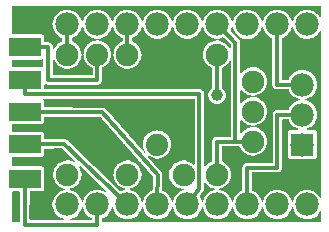
<source format=gtl>
G04 MADE WITH FRITZING*
G04 WWW.FRITZING.ORG*
G04 DOUBLE SIDED*
G04 HOLES PLATED*
G04 CONTOUR ON CENTER OF CONTOUR VECTOR*
%ASAXBY*%
%FSLAX23Y23*%
%MOIN*%
%OFA0B0*%
%SFA1.0B1.0*%
%ADD10C,0.075000*%
%ADD11C,0.078000*%
%ADD12C,0.074000*%
%ADD13C,0.039370*%
%ADD14R,0.111551X0.063726*%
%ADD15R,0.078000X0.078000*%
%ADD16C,0.012000*%
%ADD17C,0.000100*%
%ADD18R,0.001000X0.001000*%
%LNCOPPER1*%
G90*
G70*
G54D10*
X975Y191D03*
X416Y393D03*
X838Y596D03*
X77Y704D03*
G54D11*
X1014Y688D03*
X914Y688D03*
X814Y688D03*
X714Y688D03*
X614Y688D03*
X514Y688D03*
X414Y688D03*
X314Y688D03*
X214Y688D03*
X214Y88D03*
X314Y88D03*
X414Y88D03*
X514Y88D03*
X614Y88D03*
X714Y88D03*
X814Y88D03*
X914Y88D03*
X1014Y88D03*
G54D10*
X833Y297D03*
X833Y397D03*
X833Y497D03*
X415Y187D03*
X415Y587D03*
X215Y587D03*
X215Y187D03*
X713Y587D03*
X713Y187D03*
X602Y587D03*
X602Y187D03*
G54D12*
X514Y287D03*
X514Y587D03*
X514Y287D03*
X514Y587D03*
X314Y287D03*
X314Y587D03*
X314Y287D03*
X314Y587D03*
G54D11*
X998Y287D03*
X998Y387D03*
X998Y487D03*
G54D13*
X713Y451D03*
G54D14*
X72Y173D03*
X72Y288D03*
X72Y396D03*
X72Y503D03*
X72Y612D03*
G54D15*
X998Y287D03*
G54D16*
X516Y185D02*
X331Y394D01*
D02*
X73Y456D02*
X72Y477D01*
D02*
X151Y612D02*
X123Y612D01*
D02*
X151Y502D02*
X151Y612D01*
D02*
X314Y502D02*
X151Y502D01*
D02*
X314Y570D02*
X314Y502D01*
D02*
X331Y394D02*
X123Y396D01*
D02*
X655Y140D02*
X655Y456D01*
D02*
X655Y456D02*
X73Y456D01*
D02*
X203Y290D02*
X123Y289D01*
D02*
X626Y103D02*
X655Y140D01*
D02*
X514Y107D02*
X516Y185D01*
D02*
X400Y101D02*
X203Y290D01*
D02*
X314Y20D02*
X73Y20D01*
D02*
X73Y20D02*
X72Y146D01*
D02*
X314Y69D02*
X314Y20D01*
D02*
X915Y387D02*
X915Y210D01*
D02*
X915Y210D02*
X814Y210D01*
D02*
X814Y210D02*
X814Y107D01*
D02*
X979Y387D02*
X915Y387D01*
D02*
X775Y626D02*
X728Y675D01*
D02*
X713Y297D02*
X775Y297D01*
D02*
X775Y297D02*
X775Y626D01*
D02*
X979Y487D02*
X914Y487D01*
D02*
X914Y487D02*
X914Y669D01*
D02*
X532Y587D02*
X584Y587D01*
D02*
X713Y204D02*
X713Y297D01*
D02*
X214Y586D02*
X214Y669D01*
D02*
X214Y586D02*
X214Y586D01*
D02*
X415Y604D02*
X414Y669D01*
D02*
X775Y297D02*
X815Y297D01*
D02*
X713Y569D02*
X713Y459D01*
G54D17*
G36*
X55Y131D02*
X56Y130D01*
X56Y130D01*
X56Y129D01*
X56Y129D01*
X56Y32D01*
X56Y31D01*
X55Y30D01*
X55Y30D01*
X54Y30D01*
X32Y30D01*
X31Y31D01*
X30Y31D01*
X30Y32D01*
X30Y32D01*
X30Y129D01*
X31Y130D01*
X31Y130D01*
X32Y131D01*
X32Y131D01*
X54Y131D01*
X55Y131D01*
D02*
G37*
D02*
G36*
X55Y131D02*
X56Y130D01*
X56Y130D01*
X56Y129D01*
X56Y129D01*
X56Y32D01*
X56Y31D01*
X55Y30D01*
X55Y30D01*
X54Y30D01*
X32Y30D01*
X31Y31D01*
X30Y31D01*
X30Y32D01*
X30Y32D01*
X30Y129D01*
X31Y130D01*
X31Y130D01*
X32Y131D01*
X32Y131D01*
X54Y131D01*
X55Y131D01*
D02*
G37*
D02*
G36*
X865Y78D02*
X866Y78D01*
X866Y77D01*
X867Y77D01*
X869Y70D01*
X870Y68D01*
X874Y60D01*
X880Y53D01*
X887Y47D01*
X895Y43D01*
X896Y42D01*
X904Y40D01*
X909Y39D01*
X914Y39D01*
X915Y39D01*
X920Y39D01*
X925Y40D01*
X933Y43D01*
X934Y43D01*
X942Y47D01*
X949Y53D01*
X955Y60D01*
X959Y69D01*
X959Y70D01*
X962Y77D01*
X962Y78D01*
X963Y78D01*
X964Y78D01*
X965Y78D01*
X966Y78D01*
X966Y77D01*
X966Y77D01*
X969Y70D01*
X970Y68D01*
X974Y60D01*
X980Y53D01*
X987Y47D01*
X995Y43D01*
X996Y42D01*
X1004Y40D01*
X1009Y39D01*
X1013Y39D01*
X1015Y39D01*
X1019Y39D01*
X1025Y40D01*
X1033Y43D01*
X1042Y47D01*
X1049Y53D01*
X1055Y60D01*
X1057Y64D01*
X1057Y65D01*
X1058Y65D01*
X1059Y65D01*
X1060Y65D01*
X1061Y64D01*
X1061Y63D01*
X1061Y32D01*
X1061Y31D01*
X1060Y30D01*
X1059Y30D01*
X1059Y30D01*
X332Y30D01*
X331Y31D01*
X331Y31D01*
X330Y32D01*
X330Y32D01*
X330Y40D01*
X331Y41D01*
X331Y42D01*
X332Y42D01*
X333Y43D01*
X342Y47D01*
X349Y53D01*
X355Y60D01*
X359Y69D01*
X359Y70D01*
X362Y77D01*
X362Y78D01*
X363Y78D01*
X364Y79D01*
X365Y78D01*
X366Y78D01*
X366Y77D01*
X367Y77D01*
X369Y70D01*
X370Y68D01*
X374Y60D01*
X380Y53D01*
X386Y47D01*
X387Y47D01*
X395Y43D01*
X396Y42D01*
X404Y40D01*
X409Y39D01*
X414Y39D01*
X415Y39D01*
X420Y39D01*
X425Y40D01*
X433Y43D01*
X442Y47D01*
X449Y53D01*
X455Y60D01*
X459Y69D01*
X459Y70D01*
X462Y77D01*
X462Y78D01*
X463Y78D01*
X464Y79D01*
X465Y78D01*
X466Y78D01*
X466Y77D01*
X467Y77D01*
X469Y70D01*
X470Y68D01*
X474Y60D01*
X480Y53D01*
X487Y47D01*
X495Y43D01*
X496Y42D01*
X504Y40D01*
X509Y39D01*
X514Y39D01*
X515Y39D01*
X520Y39D01*
X525Y40D01*
X533Y43D01*
X534Y43D01*
X542Y47D01*
X549Y53D01*
X555Y60D01*
X559Y69D01*
X559Y70D01*
X562Y77D01*
X562Y78D01*
X563Y78D01*
X564Y79D01*
X565Y78D01*
X566Y78D01*
X566Y77D01*
X567Y77D01*
X569Y70D01*
X570Y68D01*
X574Y60D01*
X580Y53D01*
X587Y47D01*
X595Y43D01*
X596Y42D01*
X604Y40D01*
X609Y39D01*
X614Y39D01*
X615Y39D01*
X620Y39D01*
X625Y40D01*
X633Y43D01*
X634Y43D01*
X642Y47D01*
X649Y53D01*
X655Y60D01*
X659Y69D01*
X659Y70D01*
X662Y77D01*
X662Y78D01*
X663Y78D01*
X664Y79D01*
X665Y78D01*
X666Y78D01*
X666Y77D01*
X667Y77D01*
X669Y70D01*
X670Y68D01*
X674Y60D01*
X680Y53D01*
X687Y47D01*
X695Y43D01*
X696Y42D01*
X704Y40D01*
X709Y39D01*
X714Y39D01*
X715Y39D01*
X720Y39D01*
X725Y40D01*
X733Y43D01*
X734Y43D01*
X742Y47D01*
X749Y53D01*
X755Y60D01*
X759Y69D01*
X759Y70D01*
X762Y77D01*
X762Y78D01*
X763Y78D01*
X764Y79D01*
X765Y78D01*
X766Y78D01*
X766Y77D01*
X767Y77D01*
X769Y70D01*
X770Y68D01*
X774Y60D01*
X780Y53D01*
X787Y47D01*
X795Y43D01*
X796Y42D01*
X804Y40D01*
X809Y39D01*
X814Y39D01*
X815Y39D01*
X820Y39D01*
X825Y40D01*
X833Y43D01*
X834Y43D01*
X842Y47D01*
X849Y53D01*
X855Y60D01*
X859Y69D01*
X859Y70D01*
X862Y77D01*
X862Y78D01*
X863Y78D01*
X864Y79D01*
X865Y78D01*
D02*
G37*
D02*
G36*
X865Y78D02*
X866Y78D01*
X866Y77D01*
X867Y77D01*
X869Y70D01*
X870Y68D01*
X874Y60D01*
X880Y53D01*
X887Y47D01*
X895Y43D01*
X896Y42D01*
X904Y40D01*
X909Y39D01*
X914Y39D01*
X915Y39D01*
X920Y39D01*
X925Y40D01*
X933Y43D01*
X934Y43D01*
X942Y47D01*
X949Y53D01*
X955Y60D01*
X959Y69D01*
X959Y70D01*
X962Y77D01*
X962Y78D01*
X963Y78D01*
X964Y78D01*
X965Y78D01*
X966Y78D01*
X966Y77D01*
X966Y77D01*
X969Y70D01*
X970Y68D01*
X974Y60D01*
X980Y53D01*
X987Y47D01*
X995Y43D01*
X996Y42D01*
X1004Y40D01*
X1009Y39D01*
X1013Y39D01*
X1015Y39D01*
X1019Y39D01*
X1025Y40D01*
X1033Y43D01*
X1042Y47D01*
X1049Y53D01*
X1055Y60D01*
X1057Y64D01*
X1057Y65D01*
X1058Y65D01*
X1059Y65D01*
X1060Y65D01*
X1061Y64D01*
X1061Y63D01*
X1061Y32D01*
X1061Y31D01*
X1060Y30D01*
X1059Y30D01*
X1059Y30D01*
X332Y30D01*
X331Y31D01*
X331Y31D01*
X330Y32D01*
X330Y32D01*
X330Y40D01*
X331Y41D01*
X331Y42D01*
X332Y42D01*
X333Y43D01*
X342Y47D01*
X349Y53D01*
X355Y60D01*
X359Y69D01*
X359Y70D01*
X362Y77D01*
X362Y78D01*
X363Y78D01*
X364Y79D01*
X365Y78D01*
X366Y78D01*
X366Y77D01*
X367Y77D01*
X369Y70D01*
X370Y68D01*
X374Y60D01*
X380Y53D01*
X386Y47D01*
X387Y47D01*
X395Y43D01*
X396Y42D01*
X404Y40D01*
X409Y39D01*
X414Y39D01*
X415Y39D01*
X420Y39D01*
X425Y40D01*
X433Y43D01*
X442Y47D01*
X449Y53D01*
X455Y60D01*
X459Y69D01*
X459Y70D01*
X462Y77D01*
X462Y78D01*
X463Y78D01*
X464Y79D01*
X465Y78D01*
X466Y78D01*
X466Y77D01*
X467Y77D01*
X469Y70D01*
X470Y68D01*
X474Y60D01*
X480Y53D01*
X487Y47D01*
X495Y43D01*
X496Y42D01*
X504Y40D01*
X509Y39D01*
X514Y39D01*
X515Y39D01*
X520Y39D01*
X525Y40D01*
X533Y43D01*
X534Y43D01*
X542Y47D01*
X549Y53D01*
X555Y60D01*
X559Y69D01*
X559Y70D01*
X562Y77D01*
X562Y78D01*
X563Y78D01*
X564Y79D01*
X565Y78D01*
X566Y78D01*
X566Y77D01*
X567Y77D01*
X569Y70D01*
X570Y68D01*
X574Y60D01*
X580Y53D01*
X587Y47D01*
X595Y43D01*
X596Y42D01*
X604Y40D01*
X609Y39D01*
X614Y39D01*
X615Y39D01*
X620Y39D01*
X625Y40D01*
X633Y43D01*
X634Y43D01*
X642Y47D01*
X649Y53D01*
X655Y60D01*
X659Y69D01*
X659Y70D01*
X662Y77D01*
X662Y78D01*
X663Y78D01*
X664Y79D01*
X665Y78D01*
X666Y78D01*
X666Y77D01*
X667Y77D01*
X669Y70D01*
X670Y68D01*
X674Y60D01*
X680Y53D01*
X687Y47D01*
X695Y43D01*
X696Y42D01*
X704Y40D01*
X709Y39D01*
X714Y39D01*
X715Y39D01*
X720Y39D01*
X725Y40D01*
X733Y43D01*
X734Y43D01*
X742Y47D01*
X749Y53D01*
X755Y60D01*
X759Y69D01*
X759Y70D01*
X762Y77D01*
X762Y78D01*
X763Y78D01*
X764Y79D01*
X765Y78D01*
X766Y78D01*
X766Y77D01*
X767Y77D01*
X769Y70D01*
X770Y68D01*
X774Y60D01*
X780Y53D01*
X787Y47D01*
X795Y43D01*
X796Y42D01*
X804Y40D01*
X809Y39D01*
X814Y39D01*
X815Y39D01*
X820Y39D01*
X825Y40D01*
X833Y43D01*
X834Y43D01*
X842Y47D01*
X849Y53D01*
X855Y60D01*
X859Y69D01*
X859Y70D01*
X862Y77D01*
X862Y78D01*
X863Y78D01*
X864Y79D01*
X865Y78D01*
D02*
G37*
D02*
G36*
X265Y78D02*
X266Y78D01*
X266Y77D01*
X267Y77D01*
X269Y70D01*
X270Y68D01*
X274Y60D01*
X280Y53D01*
X286Y47D01*
X287Y47D01*
X295Y43D01*
X297Y42D01*
X297Y42D01*
X298Y41D01*
X298Y40D01*
X298Y38D01*
X298Y37D01*
X297Y36D01*
X296Y36D01*
X296Y36D01*
X227Y36D01*
X226Y36D01*
X225Y37D01*
X225Y38D01*
X225Y38D01*
X225Y39D01*
X225Y39D01*
X226Y40D01*
X226Y40D01*
X233Y43D01*
X242Y47D01*
X249Y53D01*
X255Y60D01*
X259Y69D01*
X259Y70D01*
X262Y77D01*
X262Y78D01*
X263Y78D01*
X264Y79D01*
X265Y78D01*
D02*
G37*
D02*
G36*
X265Y78D02*
X266Y78D01*
X266Y77D01*
X267Y77D01*
X269Y70D01*
X270Y68D01*
X274Y60D01*
X280Y53D01*
X286Y47D01*
X287Y47D01*
X295Y43D01*
X297Y42D01*
X297Y42D01*
X298Y41D01*
X298Y40D01*
X298Y38D01*
X298Y37D01*
X297Y36D01*
X296Y36D01*
X296Y36D01*
X227Y36D01*
X226Y36D01*
X225Y37D01*
X225Y38D01*
X225Y38D01*
X225Y39D01*
X225Y39D01*
X226Y40D01*
X226Y40D01*
X233Y43D01*
X242Y47D01*
X249Y53D01*
X255Y60D01*
X259Y69D01*
X259Y70D01*
X262Y77D01*
X262Y78D01*
X263Y78D01*
X264Y79D01*
X265Y78D01*
D02*
G37*
D02*
G36*
X197Y273D02*
X198Y273D01*
X240Y232D01*
X240Y231D01*
X241Y231D01*
X240Y230D01*
X240Y229D01*
X239Y229D01*
X239Y228D01*
X238Y228D01*
X237Y229D01*
X234Y230D01*
X232Y231D01*
X224Y233D01*
X223Y234D01*
X215Y234D01*
X214Y234D01*
X205Y233D01*
X204Y233D01*
X196Y230D01*
X188Y226D01*
X181Y221D01*
X180Y220D01*
X176Y214D01*
X175Y213D01*
X171Y205D01*
X169Y197D01*
X168Y195D01*
X167Y187D01*
X167Y186D01*
X168Y179D01*
X169Y177D01*
X171Y169D01*
X172Y168D01*
X175Y160D01*
X181Y154D01*
X182Y153D01*
X188Y148D01*
X189Y147D01*
X196Y143D01*
X205Y140D01*
X206Y140D01*
X206Y139D01*
X207Y138D01*
X207Y137D01*
X206Y137D01*
X206Y136D01*
X205Y136D01*
X203Y135D01*
X195Y133D01*
X187Y128D01*
X179Y122D01*
X174Y115D01*
X169Y107D01*
X169Y106D01*
X166Y98D01*
X165Y92D01*
X165Y87D01*
X165Y83D01*
X166Y77D01*
X169Y69D01*
X174Y60D01*
X180Y53D01*
X187Y47D01*
X195Y43D01*
X196Y42D01*
X202Y40D01*
X203Y40D01*
X203Y39D01*
X204Y38D01*
X204Y38D01*
X203Y37D01*
X203Y36D01*
X202Y36D01*
X201Y36D01*
X91Y36D01*
X89Y36D01*
X89Y37D01*
X89Y38D01*
X88Y38D01*
X89Y129D01*
X89Y130D01*
X90Y130D01*
X90Y131D01*
X91Y131D01*
X129Y131D01*
X131Y131D01*
X132Y132D01*
X134Y132D01*
X135Y133D01*
X136Y135D01*
X137Y136D01*
X138Y137D01*
X138Y139D01*
X138Y141D01*
X138Y205D01*
X138Y207D01*
X137Y208D01*
X137Y210D01*
X136Y211D01*
X134Y212D01*
X133Y213D01*
X131Y214D01*
X130Y214D01*
X128Y214D01*
X32Y215D01*
X31Y215D01*
X30Y216D01*
X30Y216D01*
X30Y217D01*
X30Y244D01*
X31Y245D01*
X31Y246D01*
X32Y246D01*
X32Y246D01*
X129Y246D01*
X131Y247D01*
X132Y247D01*
X134Y248D01*
X135Y249D01*
X136Y250D01*
X137Y252D01*
X138Y253D01*
X138Y255D01*
X138Y256D01*
X138Y271D01*
X139Y272D01*
X139Y273D01*
X140Y273D01*
X141Y273D01*
X196Y274D01*
X197Y273D01*
D02*
G37*
D02*
G36*
X197Y273D02*
X198Y273D01*
X240Y232D01*
X240Y231D01*
X241Y231D01*
X240Y230D01*
X240Y229D01*
X239Y229D01*
X239Y228D01*
X238Y228D01*
X237Y229D01*
X234Y230D01*
X232Y231D01*
X224Y233D01*
X223Y234D01*
X215Y234D01*
X214Y234D01*
X205Y233D01*
X204Y233D01*
X196Y230D01*
X188Y226D01*
X181Y221D01*
X180Y220D01*
X176Y214D01*
X175Y213D01*
X171Y205D01*
X169Y197D01*
X168Y195D01*
X167Y187D01*
X167Y186D01*
X168Y179D01*
X169Y177D01*
X171Y169D01*
X172Y168D01*
X175Y160D01*
X181Y154D01*
X182Y153D01*
X188Y148D01*
X189Y147D01*
X196Y143D01*
X205Y140D01*
X206Y140D01*
X206Y139D01*
X207Y138D01*
X207Y137D01*
X206Y137D01*
X206Y136D01*
X205Y136D01*
X203Y135D01*
X195Y133D01*
X187Y128D01*
X179Y122D01*
X174Y115D01*
X169Y107D01*
X169Y106D01*
X166Y98D01*
X165Y92D01*
X165Y87D01*
X165Y83D01*
X166Y77D01*
X169Y69D01*
X174Y60D01*
X180Y53D01*
X187Y47D01*
X195Y43D01*
X196Y42D01*
X202Y40D01*
X203Y40D01*
X203Y39D01*
X204Y38D01*
X204Y38D01*
X203Y37D01*
X203Y36D01*
X202Y36D01*
X201Y36D01*
X91Y36D01*
X89Y36D01*
X89Y37D01*
X89Y38D01*
X88Y38D01*
X89Y129D01*
X89Y130D01*
X90Y130D01*
X90Y131D01*
X91Y131D01*
X129Y131D01*
X131Y131D01*
X132Y132D01*
X134Y132D01*
X135Y133D01*
X136Y135D01*
X137Y136D01*
X138Y137D01*
X138Y139D01*
X138Y141D01*
X138Y205D01*
X138Y207D01*
X137Y208D01*
X137Y210D01*
X136Y211D01*
X134Y212D01*
X133Y213D01*
X131Y214D01*
X130Y214D01*
X128Y214D01*
X32Y215D01*
X31Y215D01*
X30Y216D01*
X30Y216D01*
X30Y217D01*
X30Y244D01*
X31Y245D01*
X31Y246D01*
X32Y246D01*
X32Y246D01*
X129Y246D01*
X131Y247D01*
X132Y247D01*
X134Y248D01*
X135Y249D01*
X136Y250D01*
X137Y252D01*
X138Y253D01*
X138Y255D01*
X138Y256D01*
X138Y271D01*
X139Y272D01*
X139Y273D01*
X140Y273D01*
X141Y273D01*
X196Y274D01*
X197Y273D01*
D02*
G37*
D02*
G36*
X965Y679D02*
X966Y678D01*
X966Y678D01*
X967Y677D01*
X969Y669D01*
X970Y668D01*
X973Y662D01*
X974Y660D01*
X979Y654D01*
X980Y653D01*
X987Y648D01*
X987Y647D01*
X995Y643D01*
X996Y643D01*
X1004Y640D01*
X1009Y640D01*
X1014Y639D01*
X1015Y639D01*
X1020Y640D01*
X1025Y641D01*
X1033Y643D01*
X1042Y648D01*
X1042Y648D01*
X1049Y653D01*
X1050Y654D01*
X1055Y661D01*
X1055Y662D01*
X1057Y664D01*
X1057Y665D01*
X1058Y665D01*
X1058Y665D01*
X1059Y665D01*
X1060Y665D01*
X1061Y664D01*
X1061Y664D01*
X1061Y663D01*
X1061Y113D01*
X1061Y111D01*
X1060Y111D01*
X1059Y111D01*
X1059Y110D01*
X1058Y111D01*
X1057Y111D01*
X1057Y111D01*
X1054Y115D01*
X1048Y123D01*
X1041Y128D01*
X1033Y133D01*
X1032Y133D01*
X1024Y136D01*
X1018Y137D01*
X1014Y137D01*
X1010Y137D01*
X1004Y136D01*
X996Y133D01*
X994Y132D01*
X987Y128D01*
X979Y122D01*
X974Y115D01*
X969Y107D01*
X969Y106D01*
X966Y98D01*
X966Y98D01*
X965Y97D01*
X964Y97D01*
X963Y97D01*
X963Y97D01*
X962Y98D01*
X962Y98D01*
X962Y99D01*
X959Y107D01*
X954Y115D01*
X949Y123D01*
X941Y128D01*
X933Y133D01*
X932Y133D01*
X924Y136D01*
X918Y137D01*
X914Y137D01*
X910Y137D01*
X903Y135D01*
X895Y133D01*
X887Y128D01*
X879Y122D01*
X874Y115D01*
X869Y107D01*
X869Y106D01*
X866Y98D01*
X866Y98D01*
X865Y97D01*
X864Y97D01*
X863Y97D01*
X863Y97D01*
X862Y98D01*
X862Y98D01*
X862Y99D01*
X859Y107D01*
X855Y115D01*
X849Y123D01*
X841Y128D01*
X833Y133D01*
X832Y133D01*
X831Y134D01*
X830Y134D01*
X830Y135D01*
X830Y192D01*
X831Y193D01*
X831Y194D01*
X832Y194D01*
X833Y194D01*
X917Y194D01*
X919Y195D01*
X922Y196D01*
X924Y197D01*
X926Y198D01*
X928Y201D01*
X929Y203D01*
X931Y206D01*
X931Y208D01*
X931Y210D01*
X931Y369D01*
X932Y370D01*
X932Y371D01*
X933Y371D01*
X933Y371D01*
X951Y371D01*
X952Y371D01*
X952Y370D01*
X953Y369D01*
X953Y368D01*
X954Y367D01*
X957Y361D01*
X958Y359D01*
X963Y353D01*
X964Y352D01*
X971Y347D01*
X972Y346D01*
X979Y342D01*
X980Y342D01*
X983Y341D01*
X984Y340D01*
X984Y340D01*
X984Y339D01*
X984Y338D01*
X983Y337D01*
X983Y336D01*
X982Y336D01*
X958Y336D01*
X957Y336D01*
X955Y335D01*
X954Y335D01*
X952Y334D01*
X951Y332D01*
X950Y331D01*
X950Y330D01*
X949Y328D01*
X949Y326D01*
X949Y247D01*
X949Y246D01*
X950Y244D01*
X950Y244D01*
X951Y242D01*
X953Y241D01*
X954Y239D01*
X956Y239D01*
X957Y238D01*
X959Y238D01*
X1038Y238D01*
X1040Y239D01*
X1041Y239D01*
X1043Y240D01*
X1044Y241D01*
X1045Y242D01*
X1046Y244D01*
X1047Y245D01*
X1047Y247D01*
X1047Y248D01*
X1047Y327D01*
X1047Y329D01*
X1046Y330D01*
X1046Y332D01*
X1044Y333D01*
X1043Y334D01*
X1042Y335D01*
X1040Y336D01*
X1039Y336D01*
X1037Y336D01*
X1014Y336D01*
X1013Y337D01*
X1012Y337D01*
X1012Y338D01*
X1012Y338D01*
X1012Y339D01*
X1012Y340D01*
X1013Y341D01*
X1013Y341D01*
X1017Y342D01*
X1025Y347D01*
X1026Y347D01*
X1033Y352D01*
X1034Y353D01*
X1039Y360D01*
X1039Y361D01*
X1043Y368D01*
X1043Y369D01*
X1046Y377D01*
X1047Y382D01*
X1047Y387D01*
X1047Y388D01*
X1047Y393D01*
X1046Y397D01*
X1043Y406D01*
X1039Y415D01*
X1038Y415D01*
X1033Y422D01*
X1032Y423D01*
X1025Y428D01*
X1017Y432D01*
X1016Y432D01*
X1009Y435D01*
X1008Y435D01*
X1008Y436D01*
X1007Y437D01*
X1007Y437D01*
X1007Y438D01*
X1008Y439D01*
X1008Y439D01*
X1009Y440D01*
X1017Y442D01*
X1025Y447D01*
X1026Y447D01*
X1033Y452D01*
X1034Y453D01*
X1039Y460D01*
X1039Y461D01*
X1043Y468D01*
X1043Y469D01*
X1046Y477D01*
X1047Y482D01*
X1047Y487D01*
X1047Y488D01*
X1047Y493D01*
X1046Y497D01*
X1043Y506D01*
X1039Y515D01*
X1038Y515D01*
X1033Y522D01*
X1032Y523D01*
X1025Y528D01*
X1017Y532D01*
X1016Y532D01*
X1008Y535D01*
X1003Y536D01*
X999Y536D01*
X998Y536D01*
X993Y536D01*
X987Y535D01*
X979Y532D01*
X971Y528D01*
X970Y527D01*
X964Y522D01*
X963Y521D01*
X958Y515D01*
X957Y514D01*
X953Y506D01*
X953Y505D01*
X952Y504D01*
X951Y503D01*
X951Y503D01*
X932Y503D01*
X931Y504D01*
X931Y504D01*
X930Y505D01*
X930Y505D01*
X930Y641D01*
X931Y642D01*
X931Y643D01*
X932Y643D01*
X933Y643D01*
X942Y648D01*
X949Y653D01*
X950Y655D01*
X955Y661D01*
X955Y662D01*
X959Y669D01*
X960Y670D01*
X962Y678D01*
X962Y678D01*
X963Y679D01*
X964Y679D01*
X965Y679D01*
D02*
G37*
D02*
G36*
X637Y440D02*
X638Y439D01*
X638Y439D01*
X639Y438D01*
X639Y438D01*
X639Y222D01*
X638Y221D01*
X638Y221D01*
X637Y220D01*
X637Y220D01*
X636Y220D01*
X635Y221D01*
X628Y226D01*
X620Y230D01*
X611Y233D01*
X610Y234D01*
X602Y234D01*
X600Y234D01*
X592Y233D01*
X591Y233D01*
X583Y230D01*
X575Y226D01*
X568Y221D01*
X567Y220D01*
X562Y214D01*
X562Y213D01*
X558Y205D01*
X555Y197D01*
X555Y195D01*
X554Y187D01*
X554Y186D01*
X555Y179D01*
X555Y177D01*
X558Y169D01*
X558Y168D01*
X562Y160D01*
X568Y154D01*
X569Y153D01*
X575Y148D01*
X576Y147D01*
X583Y143D01*
X592Y141D01*
X593Y140D01*
X600Y139D01*
X601Y139D01*
X602Y139D01*
X602Y138D01*
X603Y137D01*
X603Y137D01*
X602Y136D01*
X602Y135D01*
X601Y135D01*
X595Y133D01*
X587Y128D01*
X579Y122D01*
X574Y115D01*
X569Y107D01*
X569Y106D01*
X566Y98D01*
X566Y98D01*
X565Y97D01*
X564Y97D01*
X563Y97D01*
X563Y97D01*
X562Y98D01*
X562Y98D01*
X562Y99D01*
X559Y107D01*
X555Y115D01*
X549Y123D01*
X541Y128D01*
X533Y133D01*
X532Y133D01*
X531Y134D01*
X531Y135D01*
X531Y135D01*
X531Y186D01*
X531Y188D01*
X531Y191D01*
X530Y192D01*
X529Y194D01*
X528Y195D01*
X483Y247D01*
X482Y247D01*
X482Y248D01*
X482Y248D01*
X483Y249D01*
X483Y250D01*
X484Y250D01*
X485Y250D01*
X486Y250D01*
X486Y250D01*
X488Y249D01*
X489Y248D01*
X496Y244D01*
X497Y244D01*
X505Y241D01*
X514Y240D01*
X524Y241D01*
X532Y244D01*
X533Y245D01*
X540Y249D01*
X547Y254D01*
X548Y255D01*
X553Y261D01*
X557Y269D01*
X560Y278D01*
X560Y279D01*
X561Y287D01*
X561Y289D01*
X560Y297D01*
X560Y298D01*
X557Y306D01*
X553Y314D01*
X548Y320D01*
X547Y321D01*
X540Y326D01*
X532Y331D01*
X532Y331D01*
X524Y333D01*
X514Y334D01*
X505Y333D01*
X496Y331D01*
X495Y330D01*
X488Y326D01*
X481Y321D01*
X480Y320D01*
X475Y314D01*
X471Y306D01*
X468Y297D01*
X468Y296D01*
X467Y288D01*
X468Y278D01*
X471Y269D01*
X474Y264D01*
X474Y263D01*
X474Y262D01*
X474Y261D01*
X473Y261D01*
X472Y260D01*
X471Y260D01*
X471Y261D01*
X470Y261D01*
X470Y261D01*
X342Y406D01*
X339Y408D01*
X336Y409D01*
X334Y410D01*
X331Y410D01*
X140Y412D01*
X139Y412D01*
X139Y413D01*
X138Y414D01*
X138Y414D01*
X138Y429D01*
X138Y431D01*
X137Y432D01*
X137Y434D01*
X136Y435D01*
X135Y436D01*
X134Y437D01*
X134Y438D01*
X134Y438D01*
X135Y439D01*
X135Y439D01*
X136Y440D01*
X136Y440D01*
X137Y440D01*
X637Y440D01*
D02*
G37*
D02*
G36*
X258Y214D02*
X259Y214D01*
X345Y132D01*
X345Y131D01*
X346Y130D01*
X345Y129D01*
X345Y129D01*
X344Y128D01*
X344Y128D01*
X343Y128D01*
X342Y128D01*
X334Y132D01*
X332Y133D01*
X324Y136D01*
X318Y137D01*
X314Y137D01*
X310Y137D01*
X303Y135D01*
X295Y133D01*
X287Y128D01*
X279Y122D01*
X274Y115D01*
X269Y107D01*
X269Y106D01*
X266Y98D01*
X266Y98D01*
X265Y97D01*
X264Y97D01*
X263Y97D01*
X263Y97D01*
X262Y98D01*
X262Y98D01*
X262Y99D01*
X259Y107D01*
X255Y115D01*
X249Y123D01*
X241Y128D01*
X233Y133D01*
X232Y133D01*
X223Y136D01*
X223Y136D01*
X222Y137D01*
X222Y138D01*
X222Y139D01*
X223Y140D01*
X223Y140D01*
X224Y140D01*
X225Y141D01*
X233Y143D01*
X241Y148D01*
X242Y148D01*
X248Y153D01*
X249Y154D01*
X254Y160D01*
X258Y168D01*
X259Y169D01*
X261Y177D01*
X261Y179D01*
X262Y187D01*
X262Y188D01*
X261Y196D01*
X261Y197D01*
X258Y205D01*
X255Y211D01*
X255Y212D01*
X255Y213D01*
X256Y214D01*
X256Y214D01*
X257Y214D01*
X257Y215D01*
X258Y214D01*
D02*
G37*
D02*
G36*
X258Y214D02*
X259Y214D01*
X345Y132D01*
X345Y131D01*
X346Y130D01*
X345Y129D01*
X345Y129D01*
X344Y128D01*
X344Y128D01*
X343Y128D01*
X342Y128D01*
X334Y132D01*
X332Y133D01*
X324Y136D01*
X318Y137D01*
X314Y137D01*
X310Y137D01*
X303Y135D01*
X295Y133D01*
X287Y128D01*
X279Y122D01*
X274Y115D01*
X269Y107D01*
X269Y106D01*
X266Y98D01*
X266Y98D01*
X265Y97D01*
X264Y97D01*
X263Y97D01*
X263Y97D01*
X262Y98D01*
X262Y98D01*
X262Y99D01*
X259Y107D01*
X255Y115D01*
X249Y123D01*
X241Y128D01*
X233Y133D01*
X232Y133D01*
X223Y136D01*
X223Y136D01*
X222Y137D01*
X222Y138D01*
X222Y139D01*
X223Y140D01*
X223Y140D01*
X224Y140D01*
X225Y141D01*
X233Y143D01*
X241Y148D01*
X242Y148D01*
X248Y153D01*
X249Y154D01*
X254Y160D01*
X258Y168D01*
X259Y169D01*
X261Y177D01*
X261Y179D01*
X262Y187D01*
X262Y188D01*
X261Y196D01*
X261Y197D01*
X258Y205D01*
X255Y211D01*
X255Y212D01*
X255Y213D01*
X256Y214D01*
X256Y214D01*
X257Y214D01*
X257Y215D01*
X258Y214D01*
D02*
G37*
D02*
G36*
X865Y679D02*
X866Y678D01*
X866Y678D01*
X867Y677D01*
X869Y669D01*
X873Y662D01*
X874Y660D01*
X879Y654D01*
X880Y653D01*
X887Y648D01*
X895Y643D01*
X897Y643D01*
X897Y642D01*
X898Y642D01*
X898Y641D01*
X898Y486D01*
X899Y483D01*
X899Y481D01*
X900Y480D01*
X901Y478D01*
X902Y477D01*
X903Y476D01*
X906Y473D01*
X908Y473D01*
X910Y472D01*
X912Y471D01*
X914Y471D01*
X951Y471D01*
X952Y471D01*
X952Y470D01*
X953Y469D01*
X953Y468D01*
X954Y467D01*
X957Y461D01*
X958Y459D01*
X963Y453D01*
X964Y452D01*
X971Y447D01*
X972Y446D01*
X979Y442D01*
X980Y442D01*
X988Y439D01*
X988Y439D01*
X989Y438D01*
X989Y438D01*
X989Y437D01*
X989Y436D01*
X988Y435D01*
X988Y435D01*
X987Y435D01*
X979Y432D01*
X971Y428D01*
X970Y427D01*
X964Y422D01*
X963Y421D01*
X958Y415D01*
X957Y414D01*
X953Y406D01*
X953Y405D01*
X952Y404D01*
X952Y403D01*
X951Y403D01*
X913Y403D01*
X912Y403D01*
X909Y402D01*
X907Y401D01*
X905Y399D01*
X904Y398D01*
X901Y395D01*
X901Y394D01*
X900Y391D01*
X899Y390D01*
X899Y387D01*
X899Y228D01*
X899Y227D01*
X898Y227D01*
X897Y226D01*
X897Y226D01*
X812Y226D01*
X811Y226D01*
X808Y225D01*
X806Y224D01*
X804Y222D01*
X803Y221D01*
X800Y219D01*
X800Y217D01*
X799Y214D01*
X798Y213D01*
X798Y210D01*
X798Y135D01*
X798Y134D01*
X797Y133D01*
X796Y133D01*
X795Y133D01*
X787Y128D01*
X779Y122D01*
X774Y115D01*
X769Y107D01*
X769Y106D01*
X766Y98D01*
X766Y98D01*
X765Y97D01*
X764Y97D01*
X763Y97D01*
X763Y97D01*
X762Y98D01*
X762Y98D01*
X762Y99D01*
X759Y107D01*
X755Y115D01*
X749Y123D01*
X741Y128D01*
X733Y133D01*
X732Y133D01*
X724Y136D01*
X723Y136D01*
X722Y136D01*
X722Y137D01*
X721Y137D01*
X721Y138D01*
X721Y139D01*
X721Y139D01*
X722Y140D01*
X723Y141D01*
X731Y143D01*
X739Y148D01*
X740Y148D01*
X746Y153D01*
X747Y154D01*
X752Y160D01*
X756Y168D01*
X757Y169D01*
X759Y177D01*
X759Y179D01*
X760Y187D01*
X760Y188D01*
X759Y196D01*
X759Y197D01*
X756Y205D01*
X752Y213D01*
X751Y214D01*
X746Y220D01*
X745Y221D01*
X739Y226D01*
X731Y231D01*
X730Y231D01*
X729Y231D01*
X729Y232D01*
X729Y233D01*
X729Y233D01*
X729Y279D01*
X729Y280D01*
X730Y281D01*
X731Y281D01*
X731Y281D01*
X787Y281D01*
X788Y281D01*
X789Y280D01*
X790Y278D01*
X794Y271D01*
X794Y270D01*
X799Y264D01*
X800Y263D01*
X806Y258D01*
X807Y258D01*
X814Y254D01*
X815Y253D01*
X823Y251D01*
X825Y251D01*
X833Y250D01*
X834Y250D01*
X842Y251D01*
X843Y251D01*
X851Y254D01*
X859Y258D01*
X860Y259D01*
X866Y264D01*
X867Y265D01*
X872Y271D01*
X876Y279D01*
X877Y280D01*
X879Y288D01*
X880Y289D01*
X880Y297D01*
X880Y298D01*
X879Y307D01*
X877Y315D01*
X876Y317D01*
X872Y324D01*
X872Y325D01*
X867Y331D01*
X865Y332D01*
X860Y336D01*
X851Y341D01*
X843Y344D01*
X841Y344D01*
X833Y345D01*
X824Y344D01*
X822Y343D01*
X815Y341D01*
X814Y340D01*
X806Y337D01*
X799Y331D01*
X799Y330D01*
X795Y326D01*
X795Y326D01*
X794Y325D01*
X793Y325D01*
X792Y326D01*
X792Y326D01*
X791Y327D01*
X791Y328D01*
X791Y367D01*
X792Y368D01*
X792Y369D01*
X793Y369D01*
X793Y369D01*
X794Y369D01*
X795Y369D01*
X795Y369D01*
X799Y364D01*
X800Y363D01*
X806Y358D01*
X807Y358D01*
X814Y354D01*
X815Y353D01*
X823Y351D01*
X825Y351D01*
X833Y350D01*
X842Y351D01*
X843Y351D01*
X851Y354D01*
X859Y358D01*
X860Y359D01*
X866Y364D01*
X867Y365D01*
X872Y371D01*
X876Y379D01*
X877Y380D01*
X879Y388D01*
X880Y389D01*
X880Y397D01*
X880Y398D01*
X879Y407D01*
X877Y415D01*
X876Y417D01*
X872Y424D01*
X872Y425D01*
X867Y431D01*
X865Y432D01*
X860Y436D01*
X851Y441D01*
X843Y444D01*
X841Y444D01*
X833Y445D01*
X824Y444D01*
X822Y443D01*
X815Y441D01*
X814Y440D01*
X806Y437D01*
X799Y431D01*
X799Y430D01*
X795Y426D01*
X795Y426D01*
X794Y425D01*
X793Y425D01*
X792Y426D01*
X792Y426D01*
X791Y427D01*
X791Y428D01*
X791Y467D01*
X792Y468D01*
X792Y469D01*
X793Y469D01*
X793Y469D01*
X794Y469D01*
X795Y469D01*
X795Y469D01*
X799Y464D01*
X800Y463D01*
X806Y458D01*
X807Y458D01*
X814Y454D01*
X815Y453D01*
X823Y451D01*
X825Y451D01*
X833Y450D01*
X842Y451D01*
X843Y451D01*
X851Y454D01*
X859Y458D01*
X860Y459D01*
X866Y464D01*
X867Y465D01*
X872Y471D01*
X876Y479D01*
X877Y480D01*
X879Y488D01*
X880Y489D01*
X880Y497D01*
X880Y498D01*
X879Y507D01*
X877Y515D01*
X876Y517D01*
X872Y524D01*
X867Y531D01*
X866Y532D01*
X860Y536D01*
X859Y537D01*
X851Y541D01*
X850Y541D01*
X842Y544D01*
X841Y544D01*
X833Y545D01*
X832Y545D01*
X824Y544D01*
X822Y543D01*
X815Y541D01*
X814Y540D01*
X806Y537D01*
X806Y536D01*
X799Y531D01*
X798Y530D01*
X795Y526D01*
X795Y526D01*
X794Y525D01*
X793Y525D01*
X792Y526D01*
X792Y526D01*
X791Y527D01*
X791Y528D01*
X791Y627D01*
X791Y630D01*
X790Y632D01*
X789Y635D01*
X788Y637D01*
X787Y637D01*
X759Y666D01*
X759Y666D01*
X758Y667D01*
X759Y668D01*
X760Y670D01*
X762Y678D01*
X763Y678D01*
X763Y679D01*
X764Y679D01*
X764Y679D01*
X765Y679D01*
X766Y678D01*
X766Y678D01*
X767Y677D01*
X769Y669D01*
X773Y662D01*
X774Y660D01*
X779Y654D01*
X780Y653D01*
X787Y648D01*
X795Y643D01*
X804Y640D01*
X809Y640D01*
X814Y639D01*
X815Y639D01*
X820Y640D01*
X824Y640D01*
X833Y643D01*
X842Y648D01*
X849Y653D01*
X850Y655D01*
X855Y661D01*
X855Y662D01*
X859Y669D01*
X860Y670D01*
X862Y678D01*
X863Y678D01*
X863Y679D01*
X864Y679D01*
X864Y679D01*
X865Y679D01*
D02*
G37*
D02*
G36*
X674Y159D02*
X675Y159D01*
X675Y158D01*
X679Y154D01*
X680Y153D01*
X686Y148D01*
X687Y147D01*
X694Y143D01*
X703Y141D01*
X704Y140D01*
X705Y140D01*
X705Y140D01*
X705Y139D01*
X706Y138D01*
X705Y137D01*
X705Y136D01*
X704Y136D01*
X703Y135D01*
X695Y133D01*
X687Y128D01*
X679Y122D01*
X674Y115D01*
X669Y107D01*
X669Y106D01*
X666Y98D01*
X666Y98D01*
X665Y97D01*
X664Y97D01*
X663Y97D01*
X663Y97D01*
X662Y98D01*
X662Y98D01*
X662Y99D01*
X659Y107D01*
X656Y113D01*
X656Y114D01*
X656Y115D01*
X656Y116D01*
X668Y131D01*
X669Y133D01*
X670Y135D01*
X671Y138D01*
X671Y139D01*
X671Y157D01*
X671Y158D01*
X672Y159D01*
X673Y159D01*
X673Y159D01*
X674Y159D01*
D02*
G37*
D02*
G36*
X674Y159D02*
X675Y159D01*
X675Y158D01*
X679Y154D01*
X680Y153D01*
X686Y148D01*
X687Y147D01*
X694Y143D01*
X703Y141D01*
X704Y140D01*
X705Y140D01*
X705Y140D01*
X705Y139D01*
X706Y138D01*
X705Y137D01*
X705Y136D01*
X704Y136D01*
X703Y135D01*
X695Y133D01*
X687Y128D01*
X679Y122D01*
X674Y115D01*
X669Y107D01*
X669Y106D01*
X666Y98D01*
X666Y98D01*
X665Y97D01*
X664Y97D01*
X663Y97D01*
X663Y97D01*
X662Y98D01*
X662Y98D01*
X662Y99D01*
X659Y107D01*
X656Y113D01*
X656Y114D01*
X656Y115D01*
X656Y116D01*
X668Y131D01*
X669Y133D01*
X670Y135D01*
X671Y138D01*
X671Y139D01*
X671Y157D01*
X671Y158D01*
X672Y159D01*
X673Y159D01*
X673Y159D01*
X674Y159D01*
D02*
G37*
D02*
G36*
X323Y378D02*
X324Y378D01*
X324Y378D01*
X499Y180D01*
X499Y179D01*
X499Y178D01*
X499Y135D01*
X499Y135D01*
X498Y134D01*
X497Y133D01*
X495Y133D01*
X487Y128D01*
X479Y122D01*
X474Y115D01*
X469Y107D01*
X469Y106D01*
X466Y98D01*
X466Y98D01*
X465Y97D01*
X464Y97D01*
X463Y97D01*
X463Y97D01*
X462Y98D01*
X462Y98D01*
X462Y99D01*
X459Y107D01*
X455Y115D01*
X449Y123D01*
X441Y128D01*
X433Y133D01*
X432Y133D01*
X423Y136D01*
X423Y136D01*
X422Y137D01*
X422Y138D01*
X422Y139D01*
X423Y140D01*
X423Y140D01*
X424Y140D01*
X425Y141D01*
X433Y143D01*
X441Y148D01*
X442Y148D01*
X448Y153D01*
X449Y154D01*
X454Y160D01*
X458Y168D01*
X459Y169D01*
X461Y177D01*
X461Y179D01*
X462Y187D01*
X462Y188D01*
X461Y196D01*
X461Y197D01*
X458Y205D01*
X454Y213D01*
X453Y214D01*
X448Y220D01*
X447Y221D01*
X441Y226D01*
X433Y230D01*
X424Y233D01*
X423Y234D01*
X415Y234D01*
X414Y234D01*
X405Y233D01*
X404Y233D01*
X396Y230D01*
X388Y226D01*
X381Y221D01*
X380Y220D01*
X376Y214D01*
X375Y213D01*
X371Y205D01*
X369Y197D01*
X368Y195D01*
X367Y187D01*
X367Y186D01*
X368Y179D01*
X369Y177D01*
X371Y169D01*
X372Y168D01*
X375Y160D01*
X381Y154D01*
X382Y153D01*
X388Y148D01*
X389Y147D01*
X396Y143D01*
X405Y140D01*
X406Y140D01*
X406Y139D01*
X407Y138D01*
X407Y137D01*
X406Y137D01*
X406Y136D01*
X405Y136D01*
X403Y135D01*
X395Y133D01*
X393Y132D01*
X392Y132D01*
X392Y132D01*
X391Y132D01*
X213Y302D01*
X210Y304D01*
X208Y305D01*
X204Y306D01*
X140Y305D01*
X139Y305D01*
X139Y306D01*
X138Y307D01*
X138Y307D01*
X138Y321D01*
X138Y323D01*
X137Y324D01*
X137Y325D01*
X136Y327D01*
X134Y328D01*
X133Y329D01*
X131Y330D01*
X130Y330D01*
X128Y330D01*
X32Y330D01*
X31Y331D01*
X30Y331D01*
X30Y332D01*
X30Y332D01*
X30Y353D01*
X31Y354D01*
X31Y354D01*
X32Y355D01*
X32Y355D01*
X129Y355D01*
X131Y355D01*
X132Y355D01*
X134Y356D01*
X135Y357D01*
X136Y358D01*
X137Y360D01*
X138Y361D01*
X138Y363D01*
X138Y365D01*
X138Y378D01*
X139Y379D01*
X139Y379D01*
X140Y380D01*
X141Y380D01*
X323Y378D01*
D02*
G37*
D02*
G36*
X665Y679D02*
X666Y678D01*
X666Y678D01*
X667Y677D01*
X669Y669D01*
X673Y662D01*
X674Y660D01*
X679Y654D01*
X680Y653D01*
X687Y648D01*
X695Y643D01*
X704Y640D01*
X709Y640D01*
X712Y639D01*
X713Y639D01*
X713Y639D01*
X714Y639D01*
X720Y640D01*
X725Y641D01*
X734Y644D01*
X735Y644D01*
X736Y643D01*
X736Y643D01*
X759Y620D01*
X759Y620D01*
X759Y619D01*
X759Y610D01*
X759Y609D01*
X758Y608D01*
X757Y608D01*
X757Y608D01*
X756Y608D01*
X755Y608D01*
X755Y609D01*
X752Y613D01*
X751Y614D01*
X746Y620D01*
X745Y621D01*
X739Y626D01*
X731Y630D01*
X723Y633D01*
X721Y634D01*
X714Y634D01*
X714Y634D01*
X713Y635D01*
X712Y634D01*
X703Y633D01*
X702Y633D01*
X694Y630D01*
X693Y630D01*
X686Y626D01*
X679Y621D01*
X678Y620D01*
X674Y614D01*
X673Y613D01*
X669Y605D01*
X666Y597D01*
X666Y595D01*
X665Y587D01*
X665Y586D01*
X666Y578D01*
X667Y576D01*
X669Y569D01*
X673Y560D01*
X679Y554D01*
X680Y553D01*
X686Y548D01*
X687Y547D01*
X694Y543D01*
X696Y543D01*
X696Y542D01*
X697Y541D01*
X697Y541D01*
X697Y477D01*
X697Y476D01*
X696Y475D01*
X692Y472D01*
X692Y472D01*
X689Y468D01*
X686Y462D01*
X684Y457D01*
X684Y456D01*
X683Y452D01*
X684Y450D01*
X684Y445D01*
X686Y440D01*
X689Y435D01*
X692Y430D01*
X693Y429D01*
X697Y427D01*
X702Y424D01*
X707Y422D01*
X708Y422D01*
X713Y421D01*
X719Y422D01*
X720Y422D01*
X725Y424D01*
X730Y427D01*
X731Y427D01*
X734Y430D01*
X735Y430D01*
X738Y434D01*
X740Y440D01*
X742Y445D01*
X742Y446D01*
X743Y451D01*
X743Y452D01*
X742Y457D01*
X742Y458D01*
X740Y463D01*
X738Y468D01*
X734Y472D01*
X733Y473D01*
X730Y476D01*
X729Y476D01*
X729Y477D01*
X729Y477D01*
X729Y541D01*
X729Y542D01*
X730Y543D01*
X730Y543D01*
X732Y544D01*
X739Y548D01*
X740Y548D01*
X746Y553D01*
X747Y554D01*
X752Y560D01*
X755Y565D01*
X755Y566D01*
X756Y566D01*
X757Y566D01*
X758Y566D01*
X759Y565D01*
X759Y565D01*
X759Y564D01*
X759Y315D01*
X759Y314D01*
X758Y314D01*
X757Y313D01*
X757Y313D01*
X711Y313D01*
X709Y313D01*
X706Y312D01*
X705Y311D01*
X702Y309D01*
X701Y308D01*
X699Y305D01*
X698Y304D01*
X697Y301D01*
X697Y300D01*
X697Y297D01*
X697Y233D01*
X696Y232D01*
X696Y231D01*
X693Y230D01*
X686Y226D01*
X679Y221D01*
X678Y220D01*
X675Y215D01*
X674Y215D01*
X673Y215D01*
X673Y215D01*
X672Y215D01*
X671Y216D01*
X671Y216D01*
X671Y217D01*
X671Y457D01*
X670Y460D01*
X670Y462D01*
X669Y464D01*
X668Y465D01*
X666Y467D01*
X664Y469D01*
X662Y470D01*
X659Y471D01*
X657Y472D01*
X655Y472D01*
X140Y472D01*
X139Y472D01*
X139Y473D01*
X138Y474D01*
X138Y474D01*
X138Y487D01*
X139Y488D01*
X139Y488D01*
X140Y489D01*
X141Y489D01*
X141Y489D01*
X144Y487D01*
X146Y486D01*
X148Y486D01*
X151Y486D01*
X316Y486D01*
X318Y486D01*
X321Y488D01*
X322Y488D01*
X324Y489D01*
X326Y491D01*
X327Y492D01*
X328Y495D01*
X330Y498D01*
X330Y502D01*
X330Y542D01*
X331Y543D01*
X331Y544D01*
X333Y545D01*
X340Y549D01*
X341Y549D01*
X347Y554D01*
X348Y555D01*
X353Y561D01*
X357Y569D01*
X360Y578D01*
X360Y579D01*
X361Y587D01*
X361Y589D01*
X360Y597D01*
X357Y606D01*
X357Y606D01*
X353Y614D01*
X348Y620D01*
X347Y621D01*
X341Y626D01*
X340Y627D01*
X332Y631D01*
X332Y631D01*
X324Y633D01*
X316Y634D01*
X315Y635D01*
X314Y635D01*
X314Y634D01*
X305Y633D01*
X296Y631D01*
X295Y630D01*
X288Y626D01*
X281Y621D01*
X280Y620D01*
X275Y614D01*
X271Y606D01*
X268Y597D01*
X268Y596D01*
X267Y587D01*
X268Y578D01*
X269Y577D01*
X271Y569D01*
X275Y561D01*
X281Y554D01*
X282Y553D01*
X288Y549D01*
X297Y544D01*
X298Y543D01*
X298Y543D01*
X298Y542D01*
X298Y520D01*
X298Y519D01*
X297Y518D01*
X296Y518D01*
X296Y518D01*
X169Y518D01*
X168Y518D01*
X167Y519D01*
X167Y520D01*
X167Y520D01*
X167Y567D01*
X167Y568D01*
X168Y569D01*
X168Y569D01*
X169Y569D01*
X170Y569D01*
X170Y569D01*
X171Y568D01*
X175Y560D01*
X181Y554D01*
X182Y553D01*
X188Y548D01*
X189Y547D01*
X196Y543D01*
X197Y543D01*
X205Y540D01*
X206Y540D01*
X214Y539D01*
X216Y539D01*
X224Y540D01*
X225Y541D01*
X233Y543D01*
X241Y548D01*
X242Y548D01*
X248Y553D01*
X249Y554D01*
X254Y560D01*
X258Y568D01*
X259Y569D01*
X261Y577D01*
X261Y579D01*
X262Y587D01*
X261Y595D01*
X261Y597D01*
X258Y605D01*
X254Y613D01*
X253Y614D01*
X248Y620D01*
X247Y621D01*
X241Y626D01*
X233Y630D01*
X232Y631D01*
X231Y631D01*
X231Y632D01*
X230Y633D01*
X230Y633D01*
X230Y641D01*
X231Y642D01*
X231Y643D01*
X232Y643D01*
X233Y643D01*
X242Y648D01*
X249Y653D01*
X250Y655D01*
X255Y661D01*
X255Y662D01*
X259Y669D01*
X260Y670D01*
X262Y678D01*
X263Y678D01*
X263Y679D01*
X264Y679D01*
X264Y679D01*
X265Y679D01*
X266Y678D01*
X266Y678D01*
X267Y677D01*
X269Y669D01*
X273Y662D01*
X274Y660D01*
X279Y654D01*
X280Y653D01*
X287Y648D01*
X295Y643D01*
X304Y640D01*
X309Y640D01*
X313Y639D01*
X314Y639D01*
X315Y639D01*
X320Y640D01*
X324Y640D01*
X333Y643D01*
X342Y648D01*
X349Y653D01*
X350Y655D01*
X355Y661D01*
X355Y662D01*
X359Y669D01*
X360Y670D01*
X362Y678D01*
X363Y678D01*
X363Y679D01*
X364Y679D01*
X364Y679D01*
X365Y679D01*
X366Y678D01*
X366Y678D01*
X367Y677D01*
X369Y669D01*
X373Y662D01*
X374Y660D01*
X379Y654D01*
X380Y653D01*
X387Y648D01*
X395Y643D01*
X397Y643D01*
X398Y642D01*
X398Y641D01*
X398Y641D01*
X398Y640D01*
X398Y633D01*
X398Y632D01*
X398Y631D01*
X397Y631D01*
X395Y630D01*
X388Y626D01*
X381Y621D01*
X380Y620D01*
X376Y614D01*
X375Y613D01*
X371Y605D01*
X368Y597D01*
X368Y595D01*
X367Y587D01*
X367Y586D01*
X368Y578D01*
X369Y576D01*
X371Y569D01*
X375Y560D01*
X381Y554D01*
X382Y553D01*
X388Y548D01*
X389Y547D01*
X396Y543D01*
X397Y543D01*
X405Y540D01*
X406Y540D01*
X414Y539D01*
X416Y539D01*
X424Y540D01*
X425Y541D01*
X433Y543D01*
X441Y548D01*
X442Y548D01*
X448Y553D01*
X449Y554D01*
X454Y560D01*
X458Y568D01*
X459Y569D01*
X461Y577D01*
X461Y579D01*
X462Y587D01*
X461Y595D01*
X461Y597D01*
X458Y605D01*
X454Y613D01*
X453Y614D01*
X448Y620D01*
X447Y621D01*
X441Y626D01*
X433Y630D01*
X432Y631D01*
X431Y631D01*
X431Y632D01*
X430Y633D01*
X430Y641D01*
X431Y642D01*
X431Y642D01*
X432Y643D01*
X434Y644D01*
X442Y648D01*
X449Y653D01*
X450Y655D01*
X455Y661D01*
X455Y662D01*
X459Y669D01*
X460Y670D01*
X462Y678D01*
X463Y678D01*
X463Y679D01*
X464Y679D01*
X464Y679D01*
X465Y679D01*
X466Y678D01*
X466Y678D01*
X467Y677D01*
X469Y669D01*
X473Y662D01*
X474Y660D01*
X479Y654D01*
X480Y653D01*
X487Y648D01*
X495Y643D01*
X504Y640D01*
X509Y640D01*
X513Y639D01*
X514Y639D01*
X515Y639D01*
X520Y640D01*
X524Y640D01*
X533Y643D01*
X542Y648D01*
X549Y653D01*
X550Y655D01*
X555Y661D01*
X555Y662D01*
X559Y669D01*
X560Y670D01*
X562Y678D01*
X563Y678D01*
X563Y679D01*
X564Y679D01*
X564Y679D01*
X565Y679D01*
X566Y678D01*
X566Y678D01*
X567Y677D01*
X569Y669D01*
X573Y662D01*
X574Y660D01*
X579Y654D01*
X580Y653D01*
X587Y648D01*
X595Y643D01*
X604Y640D01*
X609Y640D01*
X614Y639D01*
X615Y639D01*
X620Y640D01*
X624Y640D01*
X633Y643D01*
X642Y648D01*
X649Y653D01*
X650Y655D01*
X655Y661D01*
X655Y662D01*
X659Y669D01*
X660Y670D01*
X662Y678D01*
X663Y678D01*
X663Y679D01*
X664Y679D01*
X664Y679D01*
X665Y679D01*
D02*
G37*
D02*
G36*
X133Y571D02*
X133Y571D01*
X134Y570D01*
X134Y569D01*
X135Y569D01*
X135Y546D01*
X134Y545D01*
X134Y544D01*
X133Y544D01*
X132Y544D01*
X131Y544D01*
X129Y545D01*
X128Y545D01*
X32Y545D01*
X31Y545D01*
X30Y546D01*
X30Y547D01*
X30Y547D01*
X30Y568D01*
X31Y569D01*
X31Y570D01*
X32Y570D01*
X32Y570D01*
X129Y570D01*
X131Y571D01*
X132Y571D01*
X133Y571D01*
D02*
G37*
D02*
G36*
X133Y571D02*
X133Y571D01*
X134Y570D01*
X134Y569D01*
X135Y569D01*
X135Y546D01*
X134Y545D01*
X134Y544D01*
X133Y544D01*
X132Y544D01*
X131Y544D01*
X129Y545D01*
X128Y545D01*
X32Y545D01*
X31Y545D01*
X30Y546D01*
X30Y547D01*
X30Y547D01*
X30Y568D01*
X31Y569D01*
X31Y570D01*
X32Y570D01*
X32Y570D01*
X129Y570D01*
X131Y571D01*
X132Y571D01*
X133Y571D01*
D02*
G37*
D02*
G36*
X1059Y750D02*
X1060Y750D01*
X1061Y749D01*
X1061Y749D01*
X1061Y748D01*
X1061Y713D01*
X1061Y712D01*
X1060Y712D01*
X1059Y711D01*
X1059Y711D01*
X1058Y711D01*
X1057Y711D01*
X1057Y712D01*
X1055Y716D01*
X1054Y716D01*
X1049Y723D01*
X1048Y723D01*
X1041Y729D01*
X1033Y733D01*
X1032Y733D01*
X1024Y736D01*
X1019Y737D01*
X1015Y737D01*
X1014Y737D01*
X1009Y737D01*
X1003Y736D01*
X995Y733D01*
X994Y733D01*
X987Y729D01*
X986Y728D01*
X980Y723D01*
X979Y722D01*
X974Y716D01*
X973Y715D01*
X969Y707D01*
X969Y706D01*
X966Y699D01*
X966Y698D01*
X965Y698D01*
X964Y698D01*
X963Y698D01*
X962Y698D01*
X962Y699D01*
X962Y699D01*
X959Y707D01*
X955Y716D01*
X954Y716D01*
X949Y723D01*
X948Y724D01*
X942Y729D01*
X933Y733D01*
X924Y736D01*
X920Y737D01*
X915Y737D01*
X914Y737D01*
X909Y737D01*
X904Y736D01*
X896Y733D01*
X894Y733D01*
X887Y729D01*
X886Y728D01*
X880Y723D01*
X879Y722D01*
X874Y716D01*
X873Y715D01*
X869Y707D01*
X866Y699D01*
X866Y698D01*
X865Y698D01*
X864Y697D01*
X863Y697D01*
X863Y698D01*
X862Y698D01*
X862Y699D01*
X862Y699D01*
X859Y707D01*
X855Y716D01*
X854Y716D01*
X849Y723D01*
X848Y724D01*
X842Y729D01*
X833Y733D01*
X824Y736D01*
X820Y737D01*
X815Y737D01*
X814Y737D01*
X809Y737D01*
X804Y736D01*
X796Y733D01*
X794Y733D01*
X787Y729D01*
X786Y728D01*
X780Y723D01*
X779Y722D01*
X774Y716D01*
X773Y715D01*
X769Y707D01*
X766Y699D01*
X766Y698D01*
X765Y698D01*
X764Y697D01*
X763Y697D01*
X763Y698D01*
X762Y698D01*
X762Y699D01*
X762Y699D01*
X759Y707D01*
X755Y716D01*
X754Y716D01*
X749Y723D01*
X748Y724D01*
X742Y729D01*
X733Y733D01*
X724Y736D01*
X719Y737D01*
X715Y737D01*
X714Y737D01*
X709Y737D01*
X704Y736D01*
X696Y733D01*
X694Y733D01*
X687Y729D01*
X686Y728D01*
X680Y723D01*
X679Y722D01*
X674Y716D01*
X673Y715D01*
X669Y707D01*
X666Y699D01*
X666Y698D01*
X665Y698D01*
X664Y697D01*
X663Y697D01*
X663Y698D01*
X662Y698D01*
X662Y699D01*
X662Y699D01*
X659Y707D01*
X655Y716D01*
X654Y716D01*
X649Y723D01*
X648Y724D01*
X642Y729D01*
X633Y733D01*
X624Y736D01*
X620Y737D01*
X615Y737D01*
X614Y737D01*
X609Y737D01*
X604Y736D01*
X596Y733D01*
X594Y733D01*
X587Y729D01*
X586Y728D01*
X580Y723D01*
X579Y722D01*
X574Y716D01*
X573Y715D01*
X569Y707D01*
X566Y699D01*
X566Y698D01*
X565Y698D01*
X564Y697D01*
X563Y697D01*
X563Y698D01*
X562Y698D01*
X562Y699D01*
X562Y699D01*
X559Y707D01*
X555Y716D01*
X554Y716D01*
X549Y723D01*
X548Y724D01*
X542Y729D01*
X533Y733D01*
X524Y736D01*
X520Y737D01*
X515Y737D01*
X514Y737D01*
X509Y737D01*
X504Y736D01*
X496Y733D01*
X494Y733D01*
X487Y729D01*
X486Y728D01*
X480Y723D01*
X479Y722D01*
X474Y716D01*
X473Y715D01*
X469Y707D01*
X466Y699D01*
X466Y698D01*
X465Y698D01*
X464Y697D01*
X463Y697D01*
X463Y698D01*
X462Y698D01*
X462Y699D01*
X462Y699D01*
X459Y707D01*
X455Y716D01*
X454Y716D01*
X449Y723D01*
X448Y724D01*
X442Y729D01*
X433Y733D01*
X424Y736D01*
X420Y737D01*
X415Y737D01*
X414Y737D01*
X409Y737D01*
X404Y736D01*
X396Y733D01*
X394Y733D01*
X387Y729D01*
X386Y728D01*
X380Y723D01*
X379Y722D01*
X374Y716D01*
X373Y715D01*
X369Y707D01*
X366Y699D01*
X366Y698D01*
X365Y698D01*
X364Y697D01*
X363Y697D01*
X363Y698D01*
X362Y698D01*
X362Y699D01*
X362Y699D01*
X359Y707D01*
X355Y716D01*
X354Y716D01*
X349Y723D01*
X348Y724D01*
X342Y729D01*
X333Y733D01*
X324Y736D01*
X320Y737D01*
X315Y737D01*
X314Y737D01*
X309Y737D01*
X304Y736D01*
X296Y733D01*
X294Y733D01*
X287Y729D01*
X286Y728D01*
X280Y723D01*
X279Y722D01*
X274Y716D01*
X273Y715D01*
X269Y707D01*
X266Y699D01*
X266Y698D01*
X265Y698D01*
X264Y697D01*
X263Y697D01*
X263Y698D01*
X262Y698D01*
X262Y699D01*
X262Y699D01*
X259Y707D01*
X255Y716D01*
X254Y716D01*
X249Y723D01*
X248Y724D01*
X242Y729D01*
X233Y733D01*
X224Y736D01*
X220Y737D01*
X215Y737D01*
X214Y737D01*
X209Y737D01*
X204Y736D01*
X196Y733D01*
X194Y733D01*
X187Y729D01*
X186Y728D01*
X180Y723D01*
X179Y722D01*
X174Y716D01*
X173Y715D01*
X169Y707D01*
X167Y699D01*
X166Y698D01*
X166Y694D01*
X165Y693D01*
X165Y689D01*
X165Y688D01*
X166Y683D01*
X167Y678D01*
X169Y669D01*
X173Y662D01*
X174Y660D01*
X179Y654D01*
X180Y653D01*
X187Y648D01*
X195Y643D01*
X197Y643D01*
X197Y642D01*
X198Y642D01*
X198Y641D01*
X198Y633D01*
X198Y631D01*
X197Y631D01*
X195Y630D01*
X188Y626D01*
X181Y621D01*
X180Y620D01*
X176Y614D01*
X175Y613D01*
X171Y605D01*
X171Y605D01*
X170Y605D01*
X169Y604D01*
X169Y604D01*
X168Y605D01*
X167Y606D01*
X167Y606D01*
X167Y607D01*
X167Y614D01*
X166Y617D01*
X166Y618D01*
X165Y620D01*
X164Y621D01*
X162Y623D01*
X159Y626D01*
X158Y626D01*
X155Y628D01*
X153Y628D01*
X151Y628D01*
X140Y628D01*
X139Y629D01*
X139Y629D01*
X138Y630D01*
X138Y631D01*
X138Y645D01*
X138Y647D01*
X137Y648D01*
X137Y650D01*
X136Y651D01*
X134Y652D01*
X133Y653D01*
X131Y654D01*
X130Y654D01*
X128Y654D01*
X32Y654D01*
X31Y655D01*
X30Y655D01*
X30Y656D01*
X30Y656D01*
X30Y748D01*
X31Y750D01*
X31Y750D01*
X32Y750D01*
X32Y750D01*
X1059Y750D01*
D02*
G37*
D02*
G54D18*
X264Y679D02*
X265Y679D01*
X364Y679D02*
X365Y679D01*
X464Y679D02*
X465Y679D01*
X564Y679D02*
X565Y679D01*
X664Y679D02*
X665Y679D01*
X263Y678D02*
X266Y678D01*
X363Y678D02*
X366Y678D01*
X463Y678D02*
X466Y678D01*
X563Y678D02*
X566Y678D01*
X663Y678D02*
X666Y678D01*
X263Y677D02*
X267Y677D01*
X363Y677D02*
X367Y677D01*
X463Y677D02*
X467Y677D01*
X563Y677D02*
X567Y677D01*
X663Y677D02*
X667Y677D01*
X262Y676D02*
X267Y676D01*
X362Y676D02*
X367Y676D01*
X462Y676D02*
X467Y676D01*
X562Y676D02*
X567Y676D01*
X662Y676D02*
X667Y676D01*
X262Y675D02*
X267Y675D01*
X362Y675D02*
X367Y675D01*
X462Y675D02*
X467Y675D01*
X562Y675D02*
X567Y675D01*
X662Y675D02*
X667Y675D01*
X262Y674D02*
X268Y674D01*
X362Y674D02*
X368Y674D01*
X462Y674D02*
X468Y674D01*
X562Y674D02*
X568Y674D01*
X662Y674D02*
X668Y674D01*
X261Y673D02*
X268Y673D01*
X361Y673D02*
X368Y673D01*
X461Y673D02*
X468Y673D01*
X561Y673D02*
X568Y673D01*
X661Y673D02*
X668Y673D01*
X261Y672D02*
X268Y672D01*
X361Y672D02*
X368Y672D01*
X461Y672D02*
X468Y672D01*
X561Y672D02*
X568Y672D01*
X661Y672D02*
X668Y672D01*
X261Y671D02*
X269Y671D01*
X361Y671D02*
X369Y671D01*
X461Y671D02*
X469Y671D01*
X561Y671D02*
X569Y671D01*
X661Y671D02*
X669Y671D01*
X260Y670D02*
X269Y670D01*
X360Y670D02*
X369Y670D01*
X460Y670D02*
X469Y670D01*
X560Y670D02*
X569Y670D01*
X660Y670D02*
X669Y670D01*
X260Y669D02*
X269Y669D01*
X360Y669D02*
X369Y669D01*
X460Y669D02*
X469Y669D01*
X560Y669D02*
X569Y669D01*
X660Y669D02*
X669Y669D01*
X259Y668D02*
X270Y668D01*
X359Y668D02*
X370Y668D01*
X459Y668D02*
X470Y668D01*
X559Y668D02*
X570Y668D01*
X659Y668D02*
X670Y668D01*
X259Y667D02*
X270Y667D01*
X359Y667D02*
X370Y667D01*
X459Y667D02*
X470Y667D01*
X559Y667D02*
X570Y667D01*
X659Y667D02*
X670Y667D01*
X258Y666D02*
X271Y666D01*
X358Y666D02*
X371Y666D01*
X458Y666D02*
X471Y666D01*
X558Y666D02*
X571Y666D01*
X658Y666D02*
X671Y666D01*
X258Y665D02*
X271Y665D01*
X358Y665D02*
X371Y665D01*
X458Y665D02*
X471Y665D01*
X558Y665D02*
X571Y665D01*
X658Y665D02*
X671Y665D01*
X257Y664D02*
X272Y664D01*
X357Y664D02*
X372Y664D01*
X457Y664D02*
X472Y664D01*
X557Y664D02*
X572Y664D01*
X657Y664D02*
X672Y664D01*
X257Y663D02*
X273Y663D01*
X357Y663D02*
X373Y663D01*
X457Y663D02*
X473Y663D01*
X557Y663D02*
X573Y663D01*
X657Y663D02*
X673Y663D01*
X256Y662D02*
X273Y662D01*
X356Y662D02*
X373Y662D01*
X456Y662D02*
X473Y662D01*
X556Y662D02*
X573Y662D01*
X656Y662D02*
X673Y662D01*
X256Y661D02*
X274Y661D01*
X356Y661D02*
X374Y661D01*
X456Y661D02*
X474Y661D01*
X556Y661D02*
X574Y661D01*
X656Y661D02*
X674Y661D01*
X255Y660D02*
X274Y660D01*
X355Y660D02*
X374Y660D01*
X455Y660D02*
X474Y660D01*
X555Y660D02*
X574Y660D01*
X655Y660D02*
X674Y660D01*
X254Y659D02*
X275Y659D01*
X354Y659D02*
X375Y659D01*
X454Y659D02*
X475Y659D01*
X554Y659D02*
X575Y659D01*
X654Y659D02*
X675Y659D01*
X253Y658D02*
X276Y658D01*
X353Y658D02*
X376Y658D01*
X453Y658D02*
X476Y658D01*
X553Y658D02*
X576Y658D01*
X653Y658D02*
X676Y658D01*
X253Y657D02*
X277Y657D01*
X353Y657D02*
X377Y657D01*
X453Y657D02*
X477Y657D01*
X553Y657D02*
X577Y657D01*
X653Y657D02*
X677Y657D01*
X252Y656D02*
X278Y656D01*
X352Y656D02*
X378Y656D01*
X452Y656D02*
X478Y656D01*
X552Y656D02*
X578Y656D01*
X652Y656D02*
X678Y656D01*
X251Y655D02*
X278Y655D01*
X351Y655D02*
X378Y655D01*
X451Y655D02*
X478Y655D01*
X551Y655D02*
X578Y655D01*
X651Y655D02*
X678Y655D01*
X250Y654D02*
X279Y654D01*
X350Y654D02*
X379Y654D01*
X450Y654D02*
X479Y654D01*
X550Y654D02*
X579Y654D01*
X650Y654D02*
X679Y654D01*
X249Y653D02*
X280Y653D01*
X349Y653D02*
X380Y653D01*
X449Y653D02*
X480Y653D01*
X549Y653D02*
X580Y653D01*
X649Y653D02*
X680Y653D01*
X248Y652D02*
X282Y652D01*
X348Y652D02*
X382Y652D01*
X448Y652D02*
X482Y652D01*
X548Y652D02*
X582Y652D01*
X648Y652D02*
X682Y652D01*
X247Y651D02*
X283Y651D01*
X347Y651D02*
X383Y651D01*
X447Y651D02*
X483Y651D01*
X547Y651D02*
X583Y651D01*
X647Y651D02*
X683Y651D01*
X245Y650D02*
X284Y650D01*
X345Y650D02*
X384Y650D01*
X445Y650D02*
X484Y650D01*
X545Y650D02*
X584Y650D01*
X645Y650D02*
X684Y650D01*
X244Y649D02*
X285Y649D01*
X344Y649D02*
X385Y649D01*
X444Y649D02*
X485Y649D01*
X544Y649D02*
X585Y649D01*
X644Y649D02*
X685Y649D01*
X243Y648D02*
X287Y648D01*
X343Y648D02*
X387Y648D01*
X443Y648D02*
X487Y648D01*
X543Y648D02*
X587Y648D01*
X643Y648D02*
X687Y648D01*
X241Y647D02*
X288Y647D01*
X341Y647D02*
X388Y647D01*
X441Y647D02*
X488Y647D01*
X541Y647D02*
X588Y647D01*
X641Y647D02*
X688Y647D01*
X239Y646D02*
X290Y646D01*
X339Y646D02*
X390Y646D01*
X439Y646D02*
X490Y646D01*
X539Y646D02*
X590Y646D01*
X639Y646D02*
X690Y646D01*
X237Y645D02*
X292Y645D01*
X337Y645D02*
X392Y645D01*
X437Y645D02*
X492Y645D01*
X537Y645D02*
X592Y645D01*
X637Y645D02*
X692Y645D01*
X235Y644D02*
X294Y644D01*
X335Y644D02*
X394Y644D01*
X435Y644D02*
X494Y644D01*
X535Y644D02*
X594Y644D01*
X635Y644D02*
X694Y644D01*
X233Y643D02*
X296Y643D01*
X333Y643D02*
X396Y643D01*
X433Y643D02*
X496Y643D01*
X533Y643D02*
X596Y643D01*
X633Y643D02*
X696Y643D01*
X733Y643D02*
X736Y643D01*
X232Y642D02*
X299Y642D01*
X330Y642D02*
X398Y642D01*
X432Y642D02*
X499Y642D01*
X530Y642D02*
X599Y642D01*
X630Y642D02*
X699Y642D01*
X730Y642D02*
X737Y642D01*
X231Y641D02*
X303Y641D01*
X327Y641D02*
X398Y641D01*
X431Y641D02*
X503Y641D01*
X527Y641D02*
X603Y641D01*
X627Y641D02*
X703Y641D01*
X727Y641D02*
X738Y641D01*
X231Y640D02*
X307Y640D01*
X322Y640D02*
X398Y640D01*
X431Y640D02*
X507Y640D01*
X522Y640D02*
X607Y640D01*
X622Y640D02*
X707Y640D01*
X722Y640D02*
X739Y640D01*
X231Y639D02*
X398Y639D01*
X431Y639D02*
X740Y639D01*
X231Y638D02*
X398Y638D01*
X431Y638D02*
X741Y638D01*
X231Y637D02*
X398Y637D01*
X431Y637D02*
X742Y637D01*
X231Y636D02*
X398Y636D01*
X431Y636D02*
X743Y636D01*
X231Y635D02*
X398Y635D01*
X431Y635D02*
X744Y635D01*
X231Y634D02*
X309Y634D01*
X320Y634D02*
X398Y634D01*
X431Y634D02*
X509Y634D01*
X520Y634D02*
X597Y634D01*
X607Y634D02*
X708Y634D01*
X719Y634D02*
X745Y634D01*
X231Y633D02*
X303Y633D01*
X326Y633D02*
X398Y633D01*
X431Y633D02*
X503Y633D01*
X526Y633D02*
X590Y633D01*
X613Y633D02*
X702Y633D01*
X725Y633D02*
X746Y633D01*
X232Y632D02*
X300Y632D01*
X329Y632D02*
X398Y632D01*
X432Y632D02*
X500Y632D01*
X529Y632D02*
X587Y632D01*
X616Y632D02*
X699Y632D01*
X728Y632D02*
X747Y632D01*
X233Y631D02*
X297Y631D01*
X332Y631D02*
X397Y631D01*
X433Y631D02*
X497Y631D01*
X532Y631D02*
X584Y631D01*
X620Y631D02*
X696Y631D01*
X731Y631D02*
X748Y631D01*
X235Y630D02*
X295Y630D01*
X335Y630D02*
X395Y630D01*
X435Y630D02*
X495Y630D01*
X535Y630D02*
X582Y630D01*
X622Y630D02*
X693Y630D01*
X733Y630D02*
X749Y630D01*
X237Y629D02*
X293Y629D01*
X337Y629D02*
X393Y629D01*
X437Y629D02*
X493Y629D01*
X536Y629D02*
X580Y629D01*
X624Y629D02*
X691Y629D01*
X735Y629D02*
X750Y629D01*
X239Y628D02*
X291Y628D01*
X338Y628D02*
X391Y628D01*
X439Y628D02*
X491Y628D01*
X538Y628D02*
X578Y628D01*
X626Y628D02*
X689Y628D01*
X737Y628D02*
X751Y628D01*
X241Y627D02*
X289Y627D01*
X340Y627D02*
X389Y627D01*
X441Y627D02*
X489Y627D01*
X540Y627D02*
X576Y627D01*
X628Y627D02*
X687Y627D01*
X739Y627D02*
X752Y627D01*
X243Y626D02*
X288Y626D01*
X342Y626D02*
X388Y626D01*
X443Y626D02*
X487Y626D01*
X542Y626D02*
X575Y626D01*
X629Y626D02*
X686Y626D01*
X741Y626D02*
X753Y626D01*
X244Y625D02*
X286Y625D01*
X343Y625D02*
X387Y625D01*
X444Y625D02*
X486Y625D01*
X543Y625D02*
X573Y625D01*
X631Y625D02*
X684Y625D01*
X742Y625D02*
X754Y625D01*
X245Y624D02*
X285Y624D01*
X344Y624D02*
X385Y624D01*
X445Y624D02*
X485Y624D01*
X544Y624D02*
X572Y624D01*
X632Y624D02*
X683Y624D01*
X743Y624D02*
X755Y624D01*
X246Y623D02*
X284Y623D01*
X346Y623D02*
X384Y623D01*
X446Y623D02*
X484Y623D01*
X546Y623D02*
X571Y623D01*
X633Y623D02*
X682Y623D01*
X744Y623D02*
X756Y623D01*
X248Y622D02*
X283Y622D01*
X347Y622D02*
X383Y622D01*
X448Y622D02*
X483Y622D01*
X547Y622D02*
X570Y622D01*
X634Y622D02*
X681Y622D01*
X746Y622D02*
X757Y622D01*
X249Y621D02*
X281Y621D01*
X348Y621D02*
X382Y621D01*
X449Y621D02*
X481Y621D01*
X548Y621D02*
X568Y621D01*
X636Y621D02*
X680Y621D01*
X747Y621D02*
X758Y621D01*
X250Y620D02*
X280Y620D01*
X349Y620D02*
X381Y620D01*
X450Y620D02*
X480Y620D01*
X549Y620D02*
X567Y620D01*
X637Y620D02*
X679Y620D01*
X748Y620D02*
X759Y620D01*
X251Y619D02*
X279Y619D01*
X350Y619D02*
X380Y619D01*
X451Y619D02*
X479Y619D01*
X550Y619D02*
X566Y619D01*
X637Y619D02*
X678Y619D01*
X749Y619D02*
X759Y619D01*
X251Y618D02*
X279Y618D01*
X351Y618D02*
X379Y618D01*
X451Y618D02*
X479Y618D01*
X551Y618D02*
X566Y618D01*
X638Y618D02*
X677Y618D01*
X749Y618D02*
X759Y618D01*
X252Y617D02*
X278Y617D01*
X351Y617D02*
X378Y617D01*
X452Y617D02*
X478Y617D01*
X551Y617D02*
X565Y617D01*
X639Y617D02*
X676Y617D01*
X750Y617D02*
X759Y617D01*
X253Y616D02*
X277Y616D01*
X352Y616D02*
X377Y616D01*
X453Y616D02*
X477Y616D01*
X552Y616D02*
X564Y616D01*
X640Y616D02*
X675Y616D01*
X751Y616D02*
X759Y616D01*
X254Y615D02*
X276Y615D01*
X353Y615D02*
X377Y615D01*
X454Y615D02*
X476Y615D01*
X553Y615D02*
X563Y615D01*
X641Y615D02*
X675Y615D01*
X752Y615D02*
X759Y615D01*
X255Y614D02*
X276Y614D01*
X354Y614D02*
X376Y614D01*
X455Y614D02*
X476Y614D01*
X554Y614D02*
X563Y614D01*
X641Y614D02*
X674Y614D01*
X753Y614D02*
X759Y614D01*
X255Y613D02*
X275Y613D01*
X354Y613D02*
X375Y613D01*
X455Y613D02*
X475Y613D01*
X554Y613D02*
X562Y613D01*
X642Y613D02*
X673Y613D01*
X753Y613D02*
X759Y613D01*
X256Y612D02*
X274Y612D01*
X355Y612D02*
X375Y612D01*
X456Y612D02*
X474Y612D01*
X555Y612D02*
X561Y612D01*
X643Y612D02*
X673Y612D01*
X754Y612D02*
X759Y612D01*
X256Y611D02*
X274Y611D01*
X356Y611D02*
X374Y611D01*
X456Y611D02*
X474Y611D01*
X556Y611D02*
X561Y611D01*
X643Y611D02*
X672Y611D01*
X754Y611D02*
X759Y611D01*
X257Y610D02*
X273Y610D01*
X356Y610D02*
X373Y610D01*
X457Y610D02*
X473Y610D01*
X556Y610D02*
X560Y610D01*
X644Y610D02*
X671Y610D01*
X755Y610D02*
X759Y610D01*
X257Y609D02*
X273Y609D01*
X357Y609D02*
X373Y609D01*
X457Y609D02*
X473Y609D01*
X557Y609D02*
X560Y609D01*
X644Y609D02*
X671Y609D01*
X755Y609D02*
X759Y609D01*
X258Y608D02*
X272Y608D01*
X357Y608D02*
X372Y608D01*
X458Y608D02*
X472Y608D01*
X558Y608D02*
X558Y608D01*
X645Y608D02*
X670Y608D01*
X757Y608D02*
X757Y608D01*
X258Y607D02*
X272Y607D01*
X358Y607D02*
X372Y607D01*
X458Y607D02*
X472Y607D01*
X645Y607D02*
X670Y607D01*
X259Y606D02*
X271Y606D01*
X358Y606D02*
X371Y606D01*
X459Y606D02*
X471Y606D01*
X646Y606D02*
X669Y606D01*
X259Y605D02*
X271Y605D01*
X359Y605D02*
X371Y605D01*
X459Y605D02*
X471Y605D01*
X646Y605D02*
X669Y605D01*
X260Y604D02*
X271Y604D01*
X359Y604D02*
X371Y604D01*
X460Y604D02*
X470Y604D01*
X646Y604D02*
X669Y604D01*
X260Y603D02*
X270Y603D01*
X359Y603D02*
X370Y603D01*
X460Y603D02*
X470Y603D01*
X647Y603D02*
X668Y603D01*
X260Y602D02*
X270Y602D01*
X359Y602D02*
X370Y602D01*
X460Y602D02*
X470Y602D01*
X647Y602D02*
X668Y602D01*
X261Y601D02*
X270Y601D01*
X360Y601D02*
X370Y601D01*
X461Y601D02*
X470Y601D01*
X647Y601D02*
X668Y601D01*
X261Y600D02*
X269Y600D01*
X360Y600D02*
X369Y600D01*
X461Y600D02*
X469Y600D01*
X648Y600D02*
X667Y600D01*
X261Y599D02*
X269Y599D01*
X360Y599D02*
X369Y599D01*
X461Y599D02*
X469Y599D01*
X648Y599D02*
X667Y599D01*
X262Y598D02*
X269Y598D01*
X361Y598D02*
X369Y598D01*
X462Y598D02*
X469Y598D01*
X648Y598D02*
X667Y598D01*
X262Y597D02*
X268Y597D01*
X361Y597D02*
X368Y597D01*
X462Y597D02*
X468Y597D01*
X649Y597D02*
X666Y597D01*
X262Y596D02*
X268Y596D01*
X361Y596D02*
X368Y596D01*
X462Y596D02*
X468Y596D01*
X649Y596D02*
X666Y596D01*
X262Y595D02*
X268Y595D01*
X361Y595D02*
X368Y595D01*
X462Y595D02*
X468Y595D01*
X649Y595D02*
X666Y595D01*
X262Y594D02*
X268Y594D01*
X361Y594D02*
X368Y594D01*
X462Y594D02*
X468Y594D01*
X649Y594D02*
X666Y594D01*
X263Y593D02*
X268Y593D01*
X362Y593D02*
X368Y593D01*
X463Y593D02*
X468Y593D01*
X649Y593D02*
X666Y593D01*
X263Y592D02*
X268Y592D01*
X362Y592D02*
X368Y592D01*
X463Y592D02*
X468Y592D01*
X649Y592D02*
X666Y592D01*
X263Y591D02*
X268Y591D01*
X362Y591D02*
X368Y591D01*
X463Y591D02*
X468Y591D01*
X650Y591D02*
X666Y591D01*
X263Y590D02*
X267Y590D01*
X362Y590D02*
X367Y590D01*
X463Y590D02*
X467Y590D01*
X650Y590D02*
X665Y590D01*
X263Y589D02*
X267Y589D01*
X362Y589D02*
X367Y589D01*
X463Y589D02*
X467Y589D01*
X650Y589D02*
X665Y589D01*
X263Y588D02*
X267Y588D01*
X362Y588D02*
X367Y588D01*
X463Y588D02*
X467Y588D01*
X650Y588D02*
X665Y588D01*
X263Y587D02*
X267Y587D01*
X362Y587D02*
X367Y587D01*
X463Y587D02*
X467Y587D01*
X650Y587D02*
X665Y587D01*
X263Y586D02*
X267Y586D01*
X362Y586D02*
X367Y586D01*
X463Y586D02*
X467Y586D01*
X650Y586D02*
X665Y586D01*
X263Y585D02*
X267Y585D01*
X362Y585D02*
X367Y585D01*
X463Y585D02*
X467Y585D01*
X650Y585D02*
X665Y585D01*
X263Y584D02*
X268Y584D01*
X362Y584D02*
X367Y584D01*
X463Y584D02*
X468Y584D01*
X650Y584D02*
X665Y584D01*
X263Y583D02*
X268Y583D01*
X362Y583D02*
X368Y583D01*
X463Y583D02*
X468Y583D01*
X650Y583D02*
X666Y583D01*
X263Y582D02*
X268Y582D01*
X362Y582D02*
X368Y582D01*
X463Y582D02*
X468Y582D01*
X649Y582D02*
X666Y582D01*
X263Y581D02*
X268Y581D01*
X361Y581D02*
X368Y581D01*
X463Y581D02*
X468Y581D01*
X649Y581D02*
X666Y581D01*
X262Y580D02*
X268Y580D01*
X361Y580D02*
X368Y580D01*
X462Y580D02*
X468Y580D01*
X649Y580D02*
X666Y580D01*
X262Y579D02*
X268Y579D01*
X361Y579D02*
X368Y579D01*
X462Y579D02*
X468Y579D01*
X649Y579D02*
X666Y579D01*
X262Y578D02*
X268Y578D01*
X361Y578D02*
X368Y578D01*
X462Y578D02*
X468Y578D01*
X649Y578D02*
X666Y578D01*
X262Y577D02*
X269Y577D01*
X361Y577D02*
X368Y577D01*
X462Y577D02*
X469Y577D01*
X649Y577D02*
X666Y577D01*
X262Y576D02*
X269Y576D01*
X360Y576D02*
X369Y576D01*
X462Y576D02*
X469Y576D01*
X648Y576D02*
X667Y576D01*
X261Y575D02*
X269Y575D01*
X360Y575D02*
X369Y575D01*
X461Y575D02*
X469Y575D01*
X648Y575D02*
X667Y575D01*
X261Y574D02*
X270Y574D01*
X360Y574D02*
X369Y574D01*
X461Y574D02*
X470Y574D01*
X648Y574D02*
X667Y574D01*
X261Y573D02*
X270Y573D01*
X359Y573D02*
X370Y573D01*
X461Y573D02*
X470Y573D01*
X647Y573D02*
X668Y573D01*
X260Y572D02*
X270Y572D01*
X359Y572D02*
X370Y572D01*
X460Y572D02*
X470Y572D01*
X647Y572D02*
X668Y572D01*
X260Y571D02*
X270Y571D01*
X359Y571D02*
X370Y571D01*
X460Y571D02*
X470Y571D01*
X647Y571D02*
X668Y571D01*
X260Y570D02*
X271Y570D01*
X359Y570D02*
X371Y570D01*
X460Y570D02*
X471Y570D01*
X647Y570D02*
X669Y570D01*
X169Y569D02*
X171Y569D01*
X259Y569D02*
X271Y569D01*
X358Y569D02*
X371Y569D01*
X459Y569D02*
X471Y569D01*
X646Y569D02*
X669Y569D01*
X168Y568D02*
X171Y568D01*
X259Y568D02*
X272Y568D01*
X358Y568D02*
X371Y568D01*
X459Y568D02*
X472Y568D01*
X646Y568D02*
X669Y568D01*
X168Y567D02*
X172Y567D01*
X258Y567D02*
X272Y567D01*
X357Y567D02*
X372Y567D01*
X458Y567D02*
X472Y567D01*
X645Y567D02*
X670Y567D01*
X168Y566D02*
X172Y566D01*
X258Y566D02*
X273Y566D01*
X357Y566D02*
X372Y566D01*
X458Y566D02*
X473Y566D01*
X557Y566D02*
X559Y566D01*
X645Y566D02*
X670Y566D01*
X756Y566D02*
X758Y566D01*
X168Y565D02*
X173Y565D01*
X257Y565D02*
X273Y565D01*
X356Y565D02*
X373Y565D01*
X457Y565D02*
X473Y565D01*
X556Y565D02*
X560Y565D01*
X644Y565D02*
X671Y565D01*
X755Y565D02*
X759Y565D01*
X168Y564D02*
X174Y564D01*
X257Y564D02*
X274Y564D01*
X355Y564D02*
X374Y564D01*
X457Y564D02*
X474Y564D01*
X556Y564D02*
X560Y564D01*
X644Y564D02*
X672Y564D01*
X755Y564D02*
X759Y564D01*
X168Y563D02*
X174Y563D01*
X256Y563D02*
X274Y563D01*
X355Y563D02*
X374Y563D01*
X456Y563D02*
X474Y563D01*
X555Y563D02*
X561Y563D01*
X643Y563D02*
X672Y563D01*
X754Y563D02*
X759Y563D01*
X168Y562D02*
X175Y562D01*
X256Y562D02*
X275Y562D01*
X354Y562D02*
X375Y562D01*
X456Y562D02*
X475Y562D01*
X554Y562D02*
X561Y562D01*
X642Y562D02*
X673Y562D01*
X754Y562D02*
X759Y562D01*
X168Y561D02*
X175Y561D01*
X255Y561D02*
X276Y561D01*
X354Y561D02*
X375Y561D01*
X455Y561D02*
X476Y561D01*
X554Y561D02*
X562Y561D01*
X642Y561D02*
X673Y561D01*
X753Y561D02*
X759Y561D01*
X168Y560D02*
X176Y560D01*
X255Y560D02*
X276Y560D01*
X353Y560D02*
X376Y560D01*
X454Y560D02*
X476Y560D01*
X553Y560D02*
X563Y560D01*
X641Y560D02*
X674Y560D01*
X752Y560D02*
X759Y560D01*
X168Y559D02*
X177Y559D01*
X254Y559D02*
X277Y559D01*
X352Y559D02*
X377Y559D01*
X454Y559D02*
X477Y559D01*
X552Y559D02*
X563Y559D01*
X640Y559D02*
X675Y559D01*
X752Y559D02*
X759Y559D01*
X168Y558D02*
X177Y558D01*
X253Y558D02*
X278Y558D01*
X351Y558D02*
X377Y558D01*
X453Y558D02*
X478Y558D01*
X551Y558D02*
X564Y558D01*
X640Y558D02*
X675Y558D01*
X751Y558D02*
X759Y558D01*
X168Y557D02*
X178Y557D01*
X252Y557D02*
X279Y557D01*
X351Y557D02*
X378Y557D01*
X452Y557D02*
X479Y557D01*
X551Y557D02*
X565Y557D01*
X639Y557D02*
X676Y557D01*
X750Y557D02*
X759Y557D01*
X168Y556D02*
X179Y556D01*
X251Y556D02*
X280Y556D01*
X350Y556D02*
X379Y556D01*
X451Y556D02*
X480Y556D01*
X550Y556D02*
X566Y556D01*
X638Y556D02*
X677Y556D01*
X749Y556D02*
X759Y556D01*
X168Y555D02*
X180Y555D01*
X251Y555D02*
X280Y555D01*
X349Y555D02*
X380Y555D01*
X451Y555D02*
X480Y555D01*
X549Y555D02*
X567Y555D01*
X637Y555D02*
X678Y555D01*
X749Y555D02*
X759Y555D01*
X168Y554D02*
X181Y554D01*
X250Y554D02*
X281Y554D01*
X348Y554D02*
X381Y554D01*
X450Y554D02*
X481Y554D01*
X548Y554D02*
X567Y554D01*
X637Y554D02*
X679Y554D01*
X748Y554D02*
X759Y554D01*
X168Y553D02*
X182Y553D01*
X249Y553D02*
X282Y553D01*
X347Y553D02*
X382Y553D01*
X449Y553D02*
X482Y553D01*
X547Y553D02*
X568Y553D01*
X635Y553D02*
X680Y553D01*
X747Y553D02*
X759Y553D01*
X168Y552D02*
X183Y552D01*
X247Y552D02*
X284Y552D01*
X346Y552D02*
X383Y552D01*
X447Y552D02*
X484Y552D01*
X546Y552D02*
X570Y552D01*
X634Y552D02*
X681Y552D01*
X745Y552D02*
X759Y552D01*
X168Y551D02*
X184Y551D01*
X246Y551D02*
X285Y551D01*
X344Y551D02*
X384Y551D01*
X446Y551D02*
X485Y551D01*
X544Y551D02*
X571Y551D01*
X633Y551D02*
X682Y551D01*
X744Y551D02*
X759Y551D01*
X168Y550D02*
X185Y550D01*
X245Y550D02*
X286Y550D01*
X343Y550D02*
X385Y550D01*
X445Y550D02*
X486Y550D01*
X543Y550D02*
X572Y550D01*
X632Y550D02*
X683Y550D01*
X743Y550D02*
X759Y550D01*
X168Y549D02*
X187Y549D01*
X244Y549D02*
X288Y549D01*
X342Y549D02*
X387Y549D01*
X444Y549D02*
X488Y549D01*
X542Y549D02*
X573Y549D01*
X631Y549D02*
X685Y549D01*
X742Y549D02*
X759Y549D01*
X168Y548D02*
X188Y548D01*
X242Y548D02*
X289Y548D01*
X340Y548D02*
X388Y548D01*
X442Y548D02*
X489Y548D01*
X540Y548D02*
X575Y548D01*
X629Y548D02*
X686Y548D01*
X740Y548D02*
X759Y548D01*
X168Y547D02*
X190Y547D01*
X241Y547D02*
X291Y547D01*
X338Y547D02*
X390Y547D01*
X441Y547D02*
X491Y547D01*
X538Y547D02*
X576Y547D01*
X627Y547D02*
X688Y547D01*
X739Y547D02*
X759Y547D01*
X168Y546D02*
X191Y546D01*
X239Y546D02*
X293Y546D01*
X336Y546D02*
X391Y546D01*
X439Y546D02*
X493Y546D01*
X536Y546D02*
X578Y546D01*
X626Y546D02*
X689Y546D01*
X737Y546D02*
X759Y546D01*
X168Y545D02*
X193Y545D01*
X237Y545D02*
X295Y545D01*
X335Y545D02*
X393Y545D01*
X437Y545D02*
X495Y545D01*
X535Y545D02*
X580Y545D01*
X624Y545D02*
X691Y545D01*
X735Y545D02*
X759Y545D01*
X168Y544D02*
X195Y544D01*
X235Y544D02*
X297Y544D01*
X333Y544D02*
X395Y544D01*
X435Y544D02*
X497Y544D01*
X532Y544D02*
X582Y544D01*
X622Y544D02*
X693Y544D01*
X733Y544D02*
X759Y544D01*
X168Y543D02*
X198Y543D01*
X233Y543D02*
X298Y543D01*
X332Y543D02*
X398Y543D01*
X433Y543D02*
X500Y543D01*
X529Y543D02*
X584Y543D01*
X619Y543D02*
X695Y543D01*
X731Y543D02*
X759Y543D01*
X168Y542D02*
X201Y542D01*
X230Y542D02*
X298Y542D01*
X331Y542D02*
X401Y542D01*
X430Y542D02*
X504Y542D01*
X526Y542D02*
X588Y542D01*
X616Y542D02*
X696Y542D01*
X730Y542D02*
X759Y542D01*
X168Y541D02*
X204Y541D01*
X227Y541D02*
X298Y541D01*
X331Y541D02*
X404Y541D01*
X427Y541D02*
X510Y541D01*
X520Y541D02*
X591Y541D01*
X613Y541D02*
X697Y541D01*
X730Y541D02*
X759Y541D01*
X168Y540D02*
X210Y540D01*
X220Y540D02*
X298Y540D01*
X331Y540D02*
X410Y540D01*
X420Y540D02*
X597Y540D01*
X607Y540D02*
X697Y540D01*
X730Y540D02*
X759Y540D01*
X168Y539D02*
X298Y539D01*
X331Y539D02*
X697Y539D01*
X730Y539D02*
X759Y539D01*
X168Y538D02*
X298Y538D01*
X331Y538D02*
X697Y538D01*
X730Y538D02*
X759Y538D01*
X168Y537D02*
X298Y537D01*
X331Y537D02*
X697Y537D01*
X730Y537D02*
X759Y537D01*
X168Y536D02*
X298Y536D01*
X331Y536D02*
X697Y536D01*
X730Y536D02*
X759Y536D01*
X168Y535D02*
X298Y535D01*
X331Y535D02*
X697Y535D01*
X730Y535D02*
X759Y535D01*
X168Y534D02*
X298Y534D01*
X331Y534D02*
X697Y534D01*
X730Y534D02*
X759Y534D01*
X168Y533D02*
X298Y533D01*
X331Y533D02*
X697Y533D01*
X730Y533D02*
X759Y533D01*
X168Y532D02*
X298Y532D01*
X331Y532D02*
X697Y532D01*
X730Y532D02*
X759Y532D01*
X168Y531D02*
X298Y531D01*
X331Y531D02*
X697Y531D01*
X730Y531D02*
X759Y531D01*
X168Y530D02*
X298Y530D01*
X331Y530D02*
X697Y530D01*
X730Y530D02*
X759Y530D01*
X168Y529D02*
X298Y529D01*
X331Y529D02*
X697Y529D01*
X730Y529D02*
X759Y529D01*
X168Y528D02*
X298Y528D01*
X331Y528D02*
X697Y528D01*
X730Y528D02*
X759Y528D01*
X168Y527D02*
X298Y527D01*
X331Y527D02*
X697Y527D01*
X730Y527D02*
X759Y527D01*
X168Y526D02*
X298Y526D01*
X331Y526D02*
X697Y526D01*
X730Y526D02*
X759Y526D01*
X168Y525D02*
X298Y525D01*
X331Y525D02*
X697Y525D01*
X730Y525D02*
X759Y525D01*
X168Y524D02*
X298Y524D01*
X331Y524D02*
X697Y524D01*
X730Y524D02*
X759Y524D01*
X168Y523D02*
X298Y523D01*
X331Y523D02*
X697Y523D01*
X730Y523D02*
X759Y523D01*
X168Y522D02*
X298Y522D01*
X331Y522D02*
X697Y522D01*
X730Y522D02*
X759Y522D01*
X168Y521D02*
X298Y521D01*
X331Y521D02*
X697Y521D01*
X730Y521D02*
X759Y521D01*
X168Y520D02*
X298Y520D01*
X331Y520D02*
X697Y520D01*
X730Y520D02*
X759Y520D01*
X168Y519D02*
X298Y519D01*
X331Y519D02*
X697Y519D01*
X730Y519D02*
X759Y519D01*
X331Y518D02*
X697Y518D01*
X730Y518D02*
X759Y518D01*
X331Y517D02*
X697Y517D01*
X730Y517D02*
X759Y517D01*
X331Y516D02*
X697Y516D01*
X730Y516D02*
X759Y516D01*
X331Y515D02*
X697Y515D01*
X730Y515D02*
X759Y515D01*
X331Y514D02*
X697Y514D01*
X730Y514D02*
X759Y514D01*
X331Y513D02*
X697Y513D01*
X730Y513D02*
X759Y513D01*
X331Y512D02*
X697Y512D01*
X730Y512D02*
X759Y512D01*
X331Y511D02*
X697Y511D01*
X730Y511D02*
X759Y511D01*
X331Y510D02*
X697Y510D01*
X730Y510D02*
X759Y510D01*
X331Y509D02*
X697Y509D01*
X730Y509D02*
X759Y509D01*
X331Y508D02*
X697Y508D01*
X730Y508D02*
X759Y508D01*
X331Y507D02*
X697Y507D01*
X730Y507D02*
X759Y507D01*
X331Y506D02*
X697Y506D01*
X730Y506D02*
X759Y506D01*
X331Y505D02*
X697Y505D01*
X730Y505D02*
X759Y505D01*
X331Y504D02*
X697Y504D01*
X730Y504D02*
X759Y504D01*
X331Y503D02*
X697Y503D01*
X730Y503D02*
X759Y503D01*
X331Y502D02*
X697Y502D01*
X730Y502D02*
X759Y502D01*
X331Y501D02*
X697Y501D01*
X730Y501D02*
X759Y501D01*
X331Y500D02*
X697Y500D01*
X730Y500D02*
X759Y500D01*
X331Y499D02*
X697Y499D01*
X730Y499D02*
X759Y499D01*
X331Y498D02*
X697Y498D01*
X730Y498D02*
X759Y498D01*
X330Y497D02*
X697Y497D01*
X730Y497D02*
X759Y497D01*
X330Y496D02*
X697Y496D01*
X730Y496D02*
X759Y496D01*
X330Y495D02*
X697Y495D01*
X730Y495D02*
X759Y495D01*
X329Y494D02*
X697Y494D01*
X730Y494D02*
X759Y494D01*
X328Y493D02*
X697Y493D01*
X730Y493D02*
X759Y493D01*
X328Y492D02*
X697Y492D01*
X730Y492D02*
X759Y492D01*
X327Y491D02*
X697Y491D01*
X730Y491D02*
X759Y491D01*
X326Y490D02*
X697Y490D01*
X730Y490D02*
X759Y490D01*
X324Y489D02*
X697Y489D01*
X730Y489D02*
X759Y489D01*
X140Y488D02*
X143Y488D01*
X323Y488D02*
X697Y488D01*
X730Y488D02*
X759Y488D01*
X139Y487D02*
X145Y487D01*
X320Y487D02*
X697Y487D01*
X730Y487D02*
X759Y487D01*
X139Y486D02*
X697Y486D01*
X730Y486D02*
X759Y486D01*
X139Y485D02*
X697Y485D01*
X730Y485D02*
X759Y485D01*
X139Y484D02*
X697Y484D01*
X730Y484D02*
X759Y484D01*
X139Y483D02*
X697Y483D01*
X730Y483D02*
X759Y483D01*
X139Y482D02*
X697Y482D01*
X730Y482D02*
X759Y482D01*
X139Y481D02*
X697Y481D01*
X730Y481D02*
X759Y481D01*
X139Y480D02*
X697Y480D01*
X730Y480D02*
X759Y480D01*
X139Y479D02*
X697Y479D01*
X730Y479D02*
X759Y479D01*
X139Y478D02*
X697Y478D01*
X730Y478D02*
X759Y478D01*
X139Y477D02*
X697Y477D01*
X730Y477D02*
X759Y477D01*
X139Y476D02*
X696Y476D01*
X731Y476D02*
X759Y476D01*
X139Y475D02*
X695Y475D01*
X732Y475D02*
X759Y475D01*
X139Y474D02*
X694Y474D01*
X733Y474D02*
X759Y474D01*
X140Y473D02*
X693Y473D01*
X734Y473D02*
X759Y473D01*
X658Y472D02*
X692Y472D01*
X735Y472D02*
X759Y472D01*
X661Y471D02*
X691Y471D01*
X736Y471D02*
X759Y471D01*
X664Y470D02*
X690Y470D01*
X737Y470D02*
X759Y470D01*
X665Y469D02*
X689Y469D01*
X738Y469D02*
X759Y469D01*
X666Y468D02*
X689Y468D01*
X739Y468D02*
X759Y468D01*
X667Y467D02*
X688Y467D01*
X739Y467D02*
X759Y467D01*
X668Y466D02*
X688Y466D01*
X740Y466D02*
X759Y466D01*
X669Y465D02*
X687Y465D01*
X740Y465D02*
X759Y465D01*
X670Y464D02*
X686Y464D01*
X741Y464D02*
X759Y464D01*
X670Y463D02*
X686Y463D01*
X741Y463D02*
X759Y463D01*
X671Y462D02*
X686Y462D01*
X742Y462D02*
X759Y462D01*
X671Y461D02*
X685Y461D01*
X742Y461D02*
X759Y461D01*
X671Y460D02*
X685Y460D01*
X742Y460D02*
X759Y460D01*
X671Y459D02*
X685Y459D01*
X743Y459D02*
X759Y459D01*
X672Y458D02*
X684Y458D01*
X743Y458D02*
X759Y458D01*
X672Y457D02*
X684Y457D01*
X743Y457D02*
X759Y457D01*
X672Y456D02*
X684Y456D01*
X743Y456D02*
X759Y456D01*
X672Y455D02*
X684Y455D01*
X743Y455D02*
X759Y455D01*
X672Y454D02*
X684Y454D01*
X743Y454D02*
X759Y454D01*
X672Y453D02*
X684Y453D01*
X744Y453D02*
X759Y453D01*
X672Y452D02*
X683Y452D01*
X744Y452D02*
X759Y452D01*
X672Y451D02*
X683Y451D01*
X744Y451D02*
X759Y451D01*
X672Y450D02*
X683Y450D01*
X744Y450D02*
X759Y450D01*
X672Y449D02*
X684Y449D01*
X744Y449D02*
X759Y449D01*
X672Y448D02*
X684Y448D01*
X743Y448D02*
X759Y448D01*
X672Y447D02*
X684Y447D01*
X743Y447D02*
X759Y447D01*
X672Y446D02*
X684Y446D01*
X743Y446D02*
X759Y446D01*
X672Y445D02*
X684Y445D01*
X743Y445D02*
X759Y445D01*
X672Y444D02*
X685Y444D01*
X743Y444D02*
X759Y444D01*
X672Y443D02*
X685Y443D01*
X742Y443D02*
X759Y443D01*
X672Y442D02*
X685Y442D01*
X742Y442D02*
X759Y442D01*
X672Y441D02*
X685Y441D01*
X742Y441D02*
X759Y441D01*
X672Y440D02*
X686Y440D01*
X741Y440D02*
X759Y440D01*
X672Y439D02*
X686Y439D01*
X741Y439D02*
X759Y439D01*
X672Y438D02*
X687Y438D01*
X740Y438D02*
X759Y438D01*
X672Y437D02*
X687Y437D01*
X740Y437D02*
X759Y437D01*
X672Y436D02*
X688Y436D01*
X739Y436D02*
X759Y436D01*
X672Y435D02*
X688Y435D01*
X739Y435D02*
X759Y435D01*
X672Y434D02*
X689Y434D01*
X738Y434D02*
X759Y434D01*
X672Y433D02*
X690Y433D01*
X737Y433D02*
X759Y433D01*
X672Y432D02*
X691Y432D01*
X736Y432D02*
X759Y432D01*
X672Y431D02*
X692Y431D01*
X736Y431D02*
X759Y431D01*
X672Y430D02*
X692Y430D01*
X735Y430D02*
X759Y430D01*
X672Y429D02*
X694Y429D01*
X733Y429D02*
X759Y429D01*
X672Y428D02*
X695Y428D01*
X732Y428D02*
X759Y428D01*
X672Y427D02*
X696Y427D01*
X731Y427D02*
X759Y427D01*
X672Y426D02*
X698Y426D01*
X729Y426D02*
X759Y426D01*
X672Y425D02*
X700Y425D01*
X727Y425D02*
X759Y425D01*
X672Y424D02*
X702Y424D01*
X725Y424D02*
X759Y424D01*
X672Y423D02*
X705Y423D01*
X722Y423D02*
X759Y423D01*
X672Y422D02*
X710Y422D01*
X717Y422D02*
X759Y422D01*
X672Y421D02*
X759Y421D01*
X672Y420D02*
X759Y420D01*
X672Y419D02*
X759Y419D01*
X672Y418D02*
X759Y418D01*
X672Y417D02*
X759Y417D01*
X672Y416D02*
X759Y416D01*
X672Y415D02*
X759Y415D01*
X672Y414D02*
X759Y414D01*
X672Y413D02*
X759Y413D01*
X672Y412D02*
X759Y412D01*
X672Y411D02*
X759Y411D01*
X672Y410D02*
X759Y410D01*
X672Y409D02*
X759Y409D01*
X672Y408D02*
X759Y408D01*
X672Y407D02*
X759Y407D01*
X672Y406D02*
X759Y406D01*
X672Y405D02*
X759Y405D01*
X672Y404D02*
X759Y404D01*
X672Y403D02*
X759Y403D01*
X672Y402D02*
X759Y402D01*
X672Y401D02*
X759Y401D01*
X672Y400D02*
X759Y400D01*
X672Y399D02*
X759Y399D01*
X672Y398D02*
X759Y398D01*
X672Y397D02*
X759Y397D01*
X672Y396D02*
X759Y396D01*
X672Y395D02*
X759Y395D01*
X672Y394D02*
X759Y394D01*
X672Y393D02*
X759Y393D01*
X672Y392D02*
X759Y392D01*
X672Y391D02*
X759Y391D01*
X672Y390D02*
X759Y390D01*
X672Y389D02*
X759Y389D01*
X672Y388D02*
X759Y388D01*
X672Y387D02*
X759Y387D01*
X672Y386D02*
X759Y386D01*
X672Y385D02*
X759Y385D01*
X672Y384D02*
X759Y384D01*
X672Y383D02*
X759Y383D01*
X672Y382D02*
X759Y382D01*
X672Y381D02*
X759Y381D01*
X141Y380D02*
X161Y380D01*
X672Y380D02*
X759Y380D01*
X140Y379D02*
X278Y379D01*
X672Y379D02*
X759Y379D01*
X139Y378D02*
X324Y378D01*
X672Y378D02*
X759Y378D01*
X139Y377D02*
X325Y377D01*
X672Y377D02*
X759Y377D01*
X139Y376D02*
X326Y376D01*
X672Y376D02*
X759Y376D01*
X139Y375D02*
X327Y375D01*
X672Y375D02*
X759Y375D01*
X139Y374D02*
X328Y374D01*
X672Y374D02*
X759Y374D01*
X139Y373D02*
X329Y373D01*
X672Y373D02*
X759Y373D01*
X139Y372D02*
X330Y372D01*
X672Y372D02*
X759Y372D01*
X139Y371D02*
X330Y371D01*
X672Y371D02*
X759Y371D01*
X139Y370D02*
X331Y370D01*
X672Y370D02*
X759Y370D01*
X139Y369D02*
X332Y369D01*
X672Y369D02*
X759Y369D01*
X139Y368D02*
X333Y368D01*
X672Y368D02*
X759Y368D01*
X139Y367D02*
X334Y367D01*
X672Y367D02*
X759Y367D01*
X139Y366D02*
X335Y366D01*
X672Y366D02*
X759Y366D01*
X139Y365D02*
X336Y365D01*
X672Y365D02*
X759Y365D01*
X139Y364D02*
X337Y364D01*
X672Y364D02*
X759Y364D01*
X139Y363D02*
X338Y363D01*
X672Y363D02*
X759Y363D01*
X139Y362D02*
X338Y362D01*
X672Y362D02*
X759Y362D01*
X138Y361D02*
X339Y361D01*
X672Y361D02*
X759Y361D01*
X138Y360D02*
X340Y360D01*
X672Y360D02*
X759Y360D01*
X137Y359D02*
X341Y359D01*
X672Y359D02*
X759Y359D01*
X136Y358D02*
X342Y358D01*
X672Y358D02*
X759Y358D01*
X135Y357D02*
X343Y357D01*
X672Y357D02*
X759Y357D01*
X134Y356D02*
X344Y356D01*
X672Y356D02*
X759Y356D01*
X130Y355D02*
X345Y355D01*
X672Y355D02*
X759Y355D01*
X32Y354D02*
X345Y354D01*
X672Y354D02*
X759Y354D01*
X31Y353D02*
X346Y353D01*
X672Y353D02*
X759Y353D01*
X31Y352D02*
X347Y352D01*
X672Y352D02*
X759Y352D01*
X31Y351D02*
X348Y351D01*
X672Y351D02*
X759Y351D01*
X31Y350D02*
X349Y350D01*
X672Y350D02*
X759Y350D01*
X31Y349D02*
X350Y349D01*
X672Y349D02*
X759Y349D01*
X31Y348D02*
X351Y348D01*
X672Y348D02*
X759Y348D01*
X31Y347D02*
X352Y347D01*
X672Y347D02*
X759Y347D01*
X31Y346D02*
X353Y346D01*
X672Y346D02*
X759Y346D01*
X31Y345D02*
X353Y345D01*
X672Y345D02*
X759Y345D01*
X31Y344D02*
X354Y344D01*
X672Y344D02*
X759Y344D01*
X31Y343D02*
X355Y343D01*
X672Y343D02*
X759Y343D01*
X31Y342D02*
X356Y342D01*
X672Y342D02*
X759Y342D01*
X31Y341D02*
X357Y341D01*
X672Y341D02*
X759Y341D01*
X31Y340D02*
X358Y340D01*
X672Y340D02*
X759Y340D01*
X31Y339D02*
X359Y339D01*
X672Y339D02*
X759Y339D01*
X31Y338D02*
X360Y338D01*
X672Y338D02*
X759Y338D01*
X31Y337D02*
X360Y337D01*
X672Y337D02*
X759Y337D01*
X31Y336D02*
X361Y336D01*
X672Y336D02*
X759Y336D01*
X31Y335D02*
X362Y335D01*
X672Y335D02*
X759Y335D01*
X31Y334D02*
X308Y334D01*
X321Y334D02*
X363Y334D01*
X672Y334D02*
X759Y334D01*
X31Y333D02*
X303Y333D01*
X327Y333D02*
X364Y333D01*
X672Y333D02*
X759Y333D01*
X31Y332D02*
X300Y332D01*
X330Y332D02*
X365Y332D01*
X672Y332D02*
X759Y332D01*
X32Y331D02*
X297Y331D01*
X333Y331D02*
X366Y331D01*
X672Y331D02*
X759Y331D01*
X132Y330D02*
X294Y330D01*
X335Y330D02*
X367Y330D01*
X672Y330D02*
X759Y330D01*
X134Y329D02*
X292Y329D01*
X337Y329D02*
X368Y329D01*
X672Y329D02*
X759Y329D01*
X136Y328D02*
X291Y328D01*
X339Y328D02*
X368Y328D01*
X672Y328D02*
X759Y328D01*
X137Y327D02*
X289Y327D01*
X341Y327D02*
X369Y327D01*
X672Y327D02*
X759Y327D01*
X137Y326D02*
X287Y326D01*
X342Y326D02*
X370Y326D01*
X672Y326D02*
X759Y326D01*
X138Y325D02*
X286Y325D01*
X343Y325D02*
X371Y325D01*
X672Y325D02*
X759Y325D01*
X139Y324D02*
X285Y324D01*
X345Y324D02*
X372Y324D01*
X672Y324D02*
X759Y324D01*
X139Y323D02*
X284Y323D01*
X346Y323D02*
X373Y323D01*
X672Y323D02*
X759Y323D01*
X139Y322D02*
X282Y322D01*
X347Y322D02*
X374Y322D01*
X672Y322D02*
X759Y322D01*
X139Y321D02*
X281Y321D01*
X348Y321D02*
X375Y321D01*
X672Y321D02*
X759Y321D01*
X139Y320D02*
X280Y320D01*
X349Y320D02*
X375Y320D01*
X672Y320D02*
X759Y320D01*
X139Y319D02*
X279Y319D01*
X350Y319D02*
X376Y319D01*
X672Y319D02*
X759Y319D01*
X139Y318D02*
X279Y318D01*
X351Y318D02*
X377Y318D01*
X672Y318D02*
X759Y318D01*
X139Y317D02*
X278Y317D01*
X352Y317D02*
X378Y317D01*
X672Y317D02*
X759Y317D01*
X139Y316D02*
X277Y316D01*
X352Y316D02*
X379Y316D01*
X672Y316D02*
X759Y316D01*
X139Y315D02*
X276Y315D01*
X353Y315D02*
X380Y315D01*
X672Y315D02*
X759Y315D01*
X139Y314D02*
X275Y314D01*
X354Y314D02*
X381Y314D01*
X672Y314D02*
X758Y314D01*
X139Y313D02*
X275Y313D01*
X355Y313D02*
X382Y313D01*
X672Y313D02*
X709Y313D01*
X139Y312D02*
X274Y312D01*
X355Y312D02*
X383Y312D01*
X672Y312D02*
X706Y312D01*
X139Y311D02*
X274Y311D01*
X356Y311D02*
X383Y311D01*
X672Y311D02*
X704Y311D01*
X139Y310D02*
X273Y310D01*
X356Y310D02*
X384Y310D01*
X672Y310D02*
X703Y310D01*
X139Y309D02*
X273Y309D01*
X357Y309D02*
X385Y309D01*
X672Y309D02*
X702Y309D01*
X139Y308D02*
X272Y308D01*
X357Y308D02*
X386Y308D01*
X672Y308D02*
X701Y308D01*
X139Y307D02*
X272Y307D01*
X358Y307D02*
X387Y307D01*
X672Y307D02*
X700Y307D01*
X140Y306D02*
X271Y306D01*
X358Y306D02*
X388Y306D01*
X672Y306D02*
X699Y306D01*
X210Y305D02*
X271Y305D01*
X359Y305D02*
X389Y305D01*
X672Y305D02*
X698Y305D01*
X212Y304D02*
X270Y304D01*
X359Y304D02*
X390Y304D01*
X672Y304D02*
X698Y304D01*
X213Y303D02*
X270Y303D01*
X359Y303D02*
X390Y303D01*
X672Y303D02*
X698Y303D01*
X215Y302D02*
X270Y302D01*
X360Y302D02*
X391Y302D01*
X672Y302D02*
X697Y302D01*
X216Y301D02*
X269Y301D01*
X360Y301D02*
X392Y301D01*
X672Y301D02*
X697Y301D01*
X217Y300D02*
X269Y300D01*
X360Y300D02*
X393Y300D01*
X672Y300D02*
X697Y300D01*
X218Y299D02*
X269Y299D01*
X361Y299D02*
X394Y299D01*
X672Y299D02*
X697Y299D01*
X219Y298D02*
X268Y298D01*
X361Y298D02*
X395Y298D01*
X672Y298D02*
X697Y298D01*
X220Y297D02*
X268Y297D01*
X361Y297D02*
X396Y297D01*
X672Y297D02*
X697Y297D01*
X221Y296D02*
X268Y296D01*
X361Y296D02*
X397Y296D01*
X672Y296D02*
X697Y296D01*
X222Y295D02*
X268Y295D01*
X361Y295D02*
X398Y295D01*
X672Y295D02*
X697Y295D01*
X223Y294D02*
X268Y294D01*
X361Y294D02*
X398Y294D01*
X672Y294D02*
X697Y294D01*
X224Y293D02*
X268Y293D01*
X362Y293D02*
X399Y293D01*
X672Y293D02*
X697Y293D01*
X225Y292D02*
X268Y292D01*
X362Y292D02*
X400Y292D01*
X672Y292D02*
X697Y292D01*
X226Y291D02*
X268Y291D01*
X362Y291D02*
X401Y291D01*
X672Y291D02*
X697Y291D01*
X227Y290D02*
X267Y290D01*
X362Y290D02*
X402Y290D01*
X672Y290D02*
X697Y290D01*
X228Y289D02*
X267Y289D01*
X362Y289D02*
X403Y289D01*
X672Y289D02*
X697Y289D01*
X229Y288D02*
X267Y288D01*
X362Y288D02*
X404Y288D01*
X672Y288D02*
X697Y288D01*
X230Y287D02*
X267Y287D01*
X362Y287D02*
X405Y287D01*
X672Y287D02*
X697Y287D01*
X231Y286D02*
X267Y286D01*
X362Y286D02*
X405Y286D01*
X672Y286D02*
X697Y286D01*
X233Y285D02*
X268Y285D01*
X362Y285D02*
X406Y285D01*
X672Y285D02*
X697Y285D01*
X234Y284D02*
X268Y284D01*
X362Y284D02*
X407Y284D01*
X672Y284D02*
X697Y284D01*
X235Y283D02*
X268Y283D01*
X362Y283D02*
X408Y283D01*
X672Y283D02*
X697Y283D01*
X236Y282D02*
X268Y282D01*
X362Y282D02*
X409Y282D01*
X672Y282D02*
X697Y282D01*
X237Y281D02*
X268Y281D01*
X361Y281D02*
X410Y281D01*
X672Y281D02*
X697Y281D01*
X238Y280D02*
X268Y280D01*
X361Y280D02*
X411Y280D01*
X672Y280D02*
X697Y280D01*
X239Y279D02*
X268Y279D01*
X361Y279D02*
X412Y279D01*
X672Y279D02*
X697Y279D01*
X240Y278D02*
X268Y278D01*
X361Y278D02*
X413Y278D01*
X672Y278D02*
X697Y278D01*
X241Y277D02*
X269Y277D01*
X361Y277D02*
X413Y277D01*
X672Y277D02*
X697Y277D01*
X242Y276D02*
X269Y276D01*
X360Y276D02*
X414Y276D01*
X672Y276D02*
X697Y276D01*
X243Y275D02*
X269Y275D01*
X360Y275D02*
X415Y275D01*
X672Y275D02*
X697Y275D01*
X244Y274D02*
X270Y274D01*
X360Y274D02*
X416Y274D01*
X672Y274D02*
X697Y274D01*
X245Y273D02*
X270Y273D01*
X359Y273D02*
X417Y273D01*
X672Y273D02*
X697Y273D01*
X246Y272D02*
X270Y272D01*
X359Y272D02*
X418Y272D01*
X672Y272D02*
X697Y272D01*
X247Y271D02*
X271Y271D01*
X359Y271D02*
X419Y271D01*
X672Y271D02*
X697Y271D01*
X248Y270D02*
X271Y270D01*
X358Y270D02*
X420Y270D01*
X672Y270D02*
X697Y270D01*
X249Y269D02*
X271Y269D01*
X358Y269D02*
X420Y269D01*
X672Y269D02*
X697Y269D01*
X250Y268D02*
X272Y268D01*
X358Y268D02*
X421Y268D01*
X672Y268D02*
X697Y268D01*
X251Y267D02*
X272Y267D01*
X357Y267D02*
X422Y267D01*
X672Y267D02*
X697Y267D01*
X252Y266D02*
X273Y266D01*
X356Y266D02*
X423Y266D01*
X672Y266D02*
X697Y266D01*
X253Y265D02*
X273Y265D01*
X356Y265D02*
X424Y265D01*
X672Y265D02*
X697Y265D01*
X254Y264D02*
X274Y264D01*
X355Y264D02*
X425Y264D01*
X672Y264D02*
X697Y264D01*
X256Y263D02*
X274Y263D01*
X355Y263D02*
X426Y263D01*
X672Y263D02*
X697Y263D01*
X257Y262D02*
X275Y262D01*
X354Y262D02*
X427Y262D01*
X672Y262D02*
X697Y262D01*
X258Y261D02*
X276Y261D01*
X354Y261D02*
X428Y261D01*
X672Y261D02*
X697Y261D01*
X259Y260D02*
X277Y260D01*
X353Y260D02*
X428Y260D01*
X672Y260D02*
X697Y260D01*
X260Y259D02*
X277Y259D01*
X352Y259D02*
X429Y259D01*
X672Y259D02*
X697Y259D01*
X261Y258D02*
X278Y258D01*
X351Y258D02*
X430Y258D01*
X672Y258D02*
X697Y258D01*
X262Y257D02*
X279Y257D01*
X350Y257D02*
X431Y257D01*
X672Y257D02*
X697Y257D01*
X263Y256D02*
X280Y256D01*
X350Y256D02*
X432Y256D01*
X672Y256D02*
X697Y256D01*
X264Y255D02*
X281Y255D01*
X349Y255D02*
X433Y255D01*
X672Y255D02*
X697Y255D01*
X265Y254D02*
X282Y254D01*
X348Y254D02*
X434Y254D01*
X672Y254D02*
X697Y254D01*
X266Y253D02*
X283Y253D01*
X346Y253D02*
X435Y253D01*
X672Y253D02*
X697Y253D01*
X267Y252D02*
X284Y252D01*
X345Y252D02*
X435Y252D01*
X672Y252D02*
X697Y252D01*
X268Y251D02*
X285Y251D01*
X344Y251D02*
X436Y251D01*
X672Y251D02*
X697Y251D01*
X269Y250D02*
X287Y250D01*
X343Y250D02*
X437Y250D01*
X672Y250D02*
X697Y250D01*
X270Y249D02*
X288Y249D01*
X342Y249D02*
X438Y249D01*
X672Y249D02*
X697Y249D01*
X271Y248D02*
X289Y248D01*
X340Y248D02*
X439Y248D01*
X672Y248D02*
X697Y248D01*
X272Y247D02*
X291Y247D01*
X338Y247D02*
X440Y247D01*
X672Y247D02*
X697Y247D01*
X273Y246D02*
X293Y246D01*
X336Y246D02*
X441Y246D01*
X672Y246D02*
X697Y246D01*
X274Y245D02*
X295Y245D01*
X334Y245D02*
X442Y245D01*
X672Y245D02*
X697Y245D01*
X275Y244D02*
X298Y244D01*
X331Y244D02*
X443Y244D01*
X672Y244D02*
X697Y244D01*
X276Y243D02*
X301Y243D01*
X328Y243D02*
X443Y243D01*
X672Y243D02*
X697Y243D01*
X277Y242D02*
X304Y242D01*
X325Y242D02*
X444Y242D01*
X672Y242D02*
X697Y242D01*
X279Y241D02*
X312Y241D01*
X317Y241D02*
X445Y241D01*
X672Y241D02*
X697Y241D01*
X280Y240D02*
X446Y240D01*
X672Y240D02*
X697Y240D01*
X281Y239D02*
X447Y239D01*
X672Y239D02*
X697Y239D01*
X282Y238D02*
X448Y238D01*
X672Y238D02*
X697Y238D01*
X283Y237D02*
X449Y237D01*
X672Y237D02*
X697Y237D01*
X284Y236D02*
X450Y236D01*
X672Y236D02*
X697Y236D01*
X285Y235D02*
X450Y235D01*
X672Y235D02*
X697Y235D01*
X286Y234D02*
X408Y234D01*
X423Y234D02*
X451Y234D01*
X672Y234D02*
X697Y234D01*
X287Y233D02*
X403Y233D01*
X427Y233D02*
X452Y233D01*
X672Y233D02*
X697Y233D01*
X288Y232D02*
X400Y232D01*
X430Y232D02*
X453Y232D01*
X672Y232D02*
X696Y232D01*
X289Y231D02*
X397Y231D01*
X434Y231D02*
X454Y231D01*
X672Y231D02*
X695Y231D01*
X290Y230D02*
X395Y230D01*
X436Y230D02*
X455Y230D01*
X672Y230D02*
X693Y230D01*
X291Y229D02*
X393Y229D01*
X438Y229D02*
X456Y229D01*
X672Y229D02*
X691Y229D01*
X292Y228D02*
X391Y228D01*
X439Y228D02*
X457Y228D01*
X672Y228D02*
X689Y228D01*
X293Y227D02*
X389Y227D01*
X441Y227D02*
X458Y227D01*
X672Y227D02*
X687Y227D01*
X294Y226D02*
X387Y226D01*
X443Y226D02*
X458Y226D01*
X672Y226D02*
X685Y226D01*
X295Y225D02*
X386Y225D01*
X444Y225D02*
X459Y225D01*
X672Y225D02*
X684Y225D01*
X296Y224D02*
X385Y224D01*
X445Y224D02*
X460Y224D01*
X672Y224D02*
X683Y224D01*
X297Y223D02*
X384Y223D01*
X447Y223D02*
X461Y223D01*
X672Y223D02*
X682Y223D01*
X298Y222D02*
X382Y222D01*
X448Y222D02*
X462Y222D01*
X672Y222D02*
X680Y222D01*
X299Y221D02*
X381Y221D01*
X449Y221D02*
X463Y221D01*
X672Y221D02*
X679Y221D01*
X300Y220D02*
X380Y220D01*
X450Y220D02*
X464Y220D01*
X672Y220D02*
X678Y220D01*
X302Y219D02*
X380Y219D01*
X451Y219D02*
X465Y219D01*
X672Y219D02*
X677Y219D01*
X303Y218D02*
X379Y218D01*
X452Y218D02*
X465Y218D01*
X672Y218D02*
X677Y218D01*
X304Y217D02*
X378Y217D01*
X452Y217D02*
X466Y217D01*
X672Y217D02*
X676Y217D01*
X305Y216D02*
X377Y216D01*
X453Y216D02*
X467Y216D01*
X672Y216D02*
X675Y216D01*
X306Y215D02*
X376Y215D01*
X454Y215D02*
X468Y215D01*
X307Y214D02*
X376Y214D01*
X455Y214D02*
X469Y214D01*
X308Y213D02*
X375Y213D01*
X455Y213D02*
X470Y213D01*
X309Y212D02*
X374Y212D01*
X456Y212D02*
X471Y212D01*
X310Y211D02*
X374Y211D01*
X456Y211D02*
X472Y211D01*
X311Y210D02*
X373Y210D01*
X457Y210D02*
X473Y210D01*
X312Y209D02*
X373Y209D01*
X457Y209D02*
X473Y209D01*
X313Y208D02*
X372Y208D01*
X458Y208D02*
X474Y208D01*
X314Y207D02*
X372Y207D01*
X459Y207D02*
X475Y207D01*
X315Y206D02*
X371Y206D01*
X459Y206D02*
X476Y206D01*
X316Y205D02*
X371Y205D01*
X459Y205D02*
X477Y205D01*
X317Y204D02*
X371Y204D01*
X460Y204D02*
X478Y204D01*
X318Y203D02*
X370Y203D01*
X460Y203D02*
X479Y203D01*
X319Y202D02*
X370Y202D01*
X460Y202D02*
X480Y202D01*
X320Y201D02*
X370Y201D01*
X461Y201D02*
X480Y201D01*
X321Y200D02*
X369Y200D01*
X461Y200D02*
X481Y200D01*
X322Y199D02*
X369Y199D01*
X461Y199D02*
X482Y199D01*
X323Y198D02*
X369Y198D01*
X462Y198D02*
X483Y198D01*
X325Y197D02*
X368Y197D01*
X462Y197D02*
X484Y197D01*
X326Y196D02*
X368Y196D01*
X462Y196D02*
X485Y196D01*
X327Y195D02*
X368Y195D01*
X462Y195D02*
X486Y195D01*
X328Y194D02*
X368Y194D01*
X462Y194D02*
X487Y194D01*
X329Y193D02*
X368Y193D01*
X463Y193D02*
X488Y193D01*
X330Y192D02*
X368Y192D01*
X463Y192D02*
X488Y192D01*
X331Y191D02*
X368Y191D01*
X463Y191D02*
X489Y191D01*
X332Y190D02*
X367Y190D01*
X463Y190D02*
X490Y190D01*
X333Y189D02*
X367Y189D01*
X463Y189D02*
X491Y189D01*
X334Y188D02*
X367Y188D01*
X463Y188D02*
X492Y188D01*
X335Y187D02*
X367Y187D01*
X463Y187D02*
X493Y187D01*
X336Y186D02*
X367Y186D01*
X463Y186D02*
X494Y186D01*
X337Y185D02*
X367Y185D01*
X463Y185D02*
X495Y185D01*
X338Y184D02*
X367Y184D01*
X463Y184D02*
X495Y184D01*
X339Y183D02*
X368Y183D01*
X463Y183D02*
X496Y183D01*
X340Y182D02*
X368Y182D01*
X463Y182D02*
X497Y182D01*
X341Y181D02*
X368Y181D01*
X463Y181D02*
X498Y181D01*
X342Y180D02*
X368Y180D01*
X462Y180D02*
X499Y180D01*
X343Y179D02*
X368Y179D01*
X462Y179D02*
X499Y179D01*
X344Y178D02*
X368Y178D01*
X462Y178D02*
X499Y178D01*
X345Y177D02*
X368Y177D01*
X462Y177D02*
X499Y177D01*
X346Y176D02*
X369Y176D01*
X462Y176D02*
X499Y176D01*
X348Y175D02*
X369Y175D01*
X461Y175D02*
X499Y175D01*
X349Y174D02*
X369Y174D01*
X461Y174D02*
X499Y174D01*
X350Y173D02*
X370Y173D01*
X461Y173D02*
X499Y173D01*
X351Y172D02*
X370Y172D01*
X460Y172D02*
X499Y172D01*
X352Y171D02*
X370Y171D01*
X460Y171D02*
X499Y171D01*
X353Y170D02*
X371Y170D01*
X460Y170D02*
X499Y170D01*
X354Y169D02*
X371Y169D01*
X459Y169D02*
X499Y169D01*
X355Y168D02*
X372Y168D01*
X459Y168D02*
X499Y168D01*
X356Y167D02*
X372Y167D01*
X458Y167D02*
X499Y167D01*
X357Y166D02*
X373Y166D01*
X458Y166D02*
X499Y166D01*
X358Y165D02*
X373Y165D01*
X457Y165D02*
X499Y165D01*
X359Y164D02*
X374Y164D01*
X457Y164D02*
X499Y164D01*
X360Y163D02*
X374Y163D01*
X456Y163D02*
X499Y163D01*
X361Y162D02*
X375Y162D01*
X456Y162D02*
X499Y162D01*
X362Y161D02*
X375Y161D01*
X455Y161D02*
X499Y161D01*
X363Y160D02*
X376Y160D01*
X454Y160D02*
X499Y160D01*
X364Y159D02*
X377Y159D01*
X454Y159D02*
X499Y159D01*
X365Y158D02*
X378Y158D01*
X453Y158D02*
X499Y158D01*
X366Y157D02*
X378Y157D01*
X452Y157D02*
X499Y157D01*
X367Y156D02*
X379Y156D01*
X451Y156D02*
X499Y156D01*
X368Y155D02*
X380Y155D01*
X450Y155D02*
X499Y155D01*
X369Y154D02*
X381Y154D01*
X449Y154D02*
X499Y154D01*
X371Y153D02*
X382Y153D01*
X448Y153D02*
X499Y153D01*
X372Y152D02*
X383Y152D01*
X447Y152D02*
X499Y152D01*
X373Y151D02*
X384Y151D01*
X446Y151D02*
X499Y151D01*
X374Y150D02*
X386Y150D01*
X445Y150D02*
X499Y150D01*
X375Y149D02*
X387Y149D01*
X443Y149D02*
X499Y149D01*
X376Y148D02*
X388Y148D01*
X442Y148D02*
X499Y148D01*
X377Y147D02*
X390Y147D01*
X440Y147D02*
X499Y147D01*
X378Y146D02*
X392Y146D01*
X438Y146D02*
X499Y146D01*
X379Y145D02*
X394Y145D01*
X436Y145D02*
X499Y145D01*
X380Y144D02*
X396Y144D01*
X435Y144D02*
X499Y144D01*
X381Y143D02*
X399Y143D01*
X432Y143D02*
X499Y143D01*
X382Y142D02*
X402Y142D01*
X429Y142D02*
X499Y142D01*
X383Y141D02*
X405Y141D01*
X426Y141D02*
X499Y141D01*
X384Y140D02*
X406Y140D01*
X424Y140D02*
X499Y140D01*
X385Y139D02*
X406Y139D01*
X423Y139D02*
X499Y139D01*
X386Y138D02*
X406Y138D01*
X423Y138D02*
X499Y138D01*
X387Y137D02*
X406Y137D01*
X424Y137D02*
X499Y137D01*
X388Y136D02*
X404Y136D01*
X425Y136D02*
X499Y136D01*
X389Y135D02*
X401Y135D01*
X429Y135D02*
X498Y135D01*
X390Y134D02*
X398Y134D01*
X432Y134D02*
X497Y134D01*
X391Y133D02*
X395Y133D01*
X434Y133D02*
X495Y133D01*
X436Y132D02*
X493Y132D01*
X438Y131D02*
X491Y131D01*
X440Y130D02*
X489Y130D01*
X442Y129D02*
X487Y129D01*
X443Y128D02*
X486Y128D01*
X445Y127D02*
X485Y127D01*
X446Y126D02*
X483Y126D01*
X447Y125D02*
X482Y125D01*
X448Y124D02*
X481Y124D01*
X450Y123D02*
X480Y123D01*
X450Y122D02*
X479Y122D01*
X451Y121D02*
X478Y121D01*
X452Y120D02*
X477Y120D01*
X453Y119D02*
X476Y119D01*
X454Y118D02*
X476Y118D01*
X454Y117D02*
X475Y117D01*
X455Y116D02*
X474Y116D01*
X456Y115D02*
X473Y115D01*
X456Y114D02*
X473Y114D01*
X457Y113D02*
X472Y113D01*
X457Y112D02*
X472Y112D01*
X458Y111D02*
X471Y111D01*
X459Y110D02*
X471Y110D01*
X459Y109D02*
X470Y109D01*
X460Y108D02*
X470Y108D01*
X460Y107D02*
X469Y107D01*
X460Y106D02*
X469Y106D01*
X461Y105D02*
X468Y105D01*
X461Y104D02*
X468Y104D01*
X461Y103D02*
X468Y103D01*
X462Y102D02*
X467Y102D01*
X462Y101D02*
X467Y101D01*
X462Y100D02*
X467Y100D01*
X463Y99D02*
X466Y99D01*
X463Y98D02*
X466Y98D01*
D02*
G04 End of Copper1*
M02*
</source>
